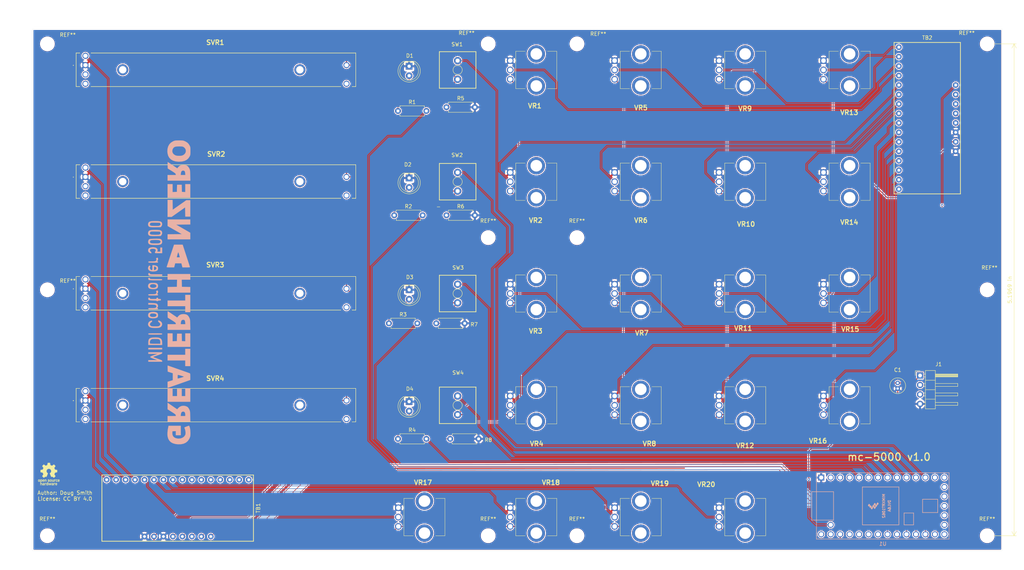
<source format=kicad_pcb>
(kicad_pcb (version 20171130) (host pcbnew "(5.1.5)-3")
  (title_block (title "Midi Controller") (date 2019-12-28) (rev V1) (comment 2 creativecommons.org/license/by/4.0/) (comment 3 "License: CC BY 4.0") (comment 4 "Author: Doug Smith"))
  (layers (0 F.Cu signal) (31 B.Cu signal) (34 B.Paste user) (35 F.Paste user) (36 B.SilkS user) (37 F.SilkS user) (38 B.Mask user) (39 F.Mask user) (44 Edge.Cuts user))
  (net 0 "")
  (net 1 "Net-(D1-Pad2)")
  (net 2 GND)
  (net 3 "Net-(D2-Pad2)")
  (net 4 "Net-(D3-Pad2)")
  (net 5 "Net-(D4-Pad2)")
  (net 6 /LD1)
  (net 7 /LD2)
  (net 8 /LD3)
  (net 9 /LD4)
  (net 10 /SW1)
  (net 11 /SW2)
  (net 12 /SW3)
  (net 13 /SW4)
  (net 14 "Net-(SVR1-PadMH2)")
  (net 15 "Net-(SVR1-PadMH1)")
  (net 16 "Net-(SVR1-PadL3)")
  (net 17 "Net-(SVR1-PadL2)")
  (net 18 "Net-(SVR1-PadL1)")
  (net 19 +3V3)
  (net 20 /SL1)
  (net 21 "Net-(SVR2-PadMH2)")
  (net 22 "Net-(SVR2-PadMH1)")
  (net 23 "Net-(SVR2-PadL3)")
  (net 24 "Net-(SVR2-PadL2)")
  (net 25 "Net-(SVR2-PadL1)")
  (net 26 /SL2)
  (net 27 "Net-(SVR3-PadMH2)")
  (net 28 "Net-(SVR3-PadMH1)")
  (net 29 "Net-(SVR3-PadL3)")
  (net 30 "Net-(SVR3-PadL2)")
  (net 31 "Net-(SVR3-PadL1)")
  (net 32 /SL3)
  (net 33 "Net-(SVR4-PadMH2)")
  (net 34 "Net-(SVR4-PadMH1)")
  (net 35 "Net-(SVR4-PadL3)")
  (net 36 "Net-(SVR4-PadL2)")
  (net 37 "Net-(SVR4-PadL1)")
  (net 38 /SL4)
  (net 39 "Net-(TB1-Pad24)")
  (net 40 "Net-(TB1-Pad23)")
  (net 41 "Net-(TB1-Pad22)")
  (net 42 "Net-(TB1-Pad21)")
  (net 43 "Net-(TB1-Pad20)")
  (net 44 "Net-(TB1-Pad19)")
  (net 45 "Net-(TB1-Pad18)")
  (net 46 "Net-(TB1-Pad17)")
  (net 47 /PT20)
  (net 48 /PT19)
  (net 49 /PT18)
  (net 50 /PT17)
  (net 51 "Net-(TB1-Pad8)")
  (net 52 "Net-(TB1-Pad7)")
  (net 53 "Net-(TB1-Pad6)")
  (net 54 "Net-(TB1-Pad5)")
  (net 55 "Net-(TB1-Pad4)")
  (net 56 /PT16)
  (net 57 /PT15)
  (net 58 /PT14)
  (net 59 /PT13)
  (net 60 /PT12)
  (net 61 /PT11)
  (net 62 /PT10)
  (net 63 /PT9)
  (net 64 /PT8)
  (net 65 /PT7)
  (net 66 /PT6)
  (net 67 /PT5)
  (net 68 /PT4)
  (net 69 /PT3)
  (net 70 /PT2)
  (net 71 /PT1)
  (net 72 "Net-(TB2-Pad8)")
  (net 73 "Net-(U1-Pad18)")
  (net 74 "Net-(U1-Pad19)")
  (net 75 "Net-(U1-Pad20)")
  (net 76 "Net-(U1-Pad15)")
  (net 77 "Net-(U1-Pad14)")
  (net 78 "Net-(U1-Pad27)")
  (net 79 "Net-(U1-Pad28)")
  (net 80 "Net-(U1-Pad29)")
  (net 81 "Net-(U1-Pad30)")
  (net 82 "Net-(U1-Pad32)")
  (net 83 "Net-(U1-Pad33)")
  (net 84 "Net-(U1-Pad13)")
  (net 85 "Net-(U1-Pad4)")
  (net 86 "Net-(U1-Pad3)")
  (net 87 "Net-(U1-Pad2)")
  (net 88 "Net-(VR1-PadMH2)")
  (net 89 "Net-(VR1-PadMH1)")
  (net 90 "Net-(VR2-PadMH2)")
  (net 91 "Net-(VR2-PadMH1)")
  (net 92 "Net-(VR3-PadMH2)")
  (net 93 "Net-(VR3-PadMH1)")
  (net 94 "Net-(VR4-PadMH2)")
  (net 95 "Net-(VR4-PadMH1)")
  (net 96 "Net-(VR5-PadMH2)")
  (net 97 "Net-(VR5-PadMH1)")
  (net 98 "Net-(VR6-PadMH2)")
  (net 99 "Net-(VR6-PadMH1)")
  (net 100 "Net-(VR7-PadMH2)")
  (net 101 "Net-(VR7-PadMH1)")
  (net 102 "Net-(VR8-PadMH2)")
  (net 103 "Net-(VR8-PadMH1)")
  (net 104 "Net-(VR9-PadMH2)")
  (net 105 "Net-(VR9-PadMH1)")
  (net 106 "Net-(VR10-PadMH2)")
  (net 107 "Net-(VR10-PadMH1)")
  (net 108 "Net-(VR11-PadMH2)")
  (net 109 "Net-(VR11-PadMH1)")
  (net 110 "Net-(VR12-PadMH2)")
  (net 111 "Net-(VR12-PadMH1)")
  (net 112 "Net-(VR13-PadMH2)")
  (net 113 "Net-(VR13-PadMH1)")
  (net 114 "Net-(VR14-PadMH2)")
  (net 115 "Net-(VR14-PadMH1)")
  (net 116 "Net-(VR15-PadMH2)")
  (net 117 "Net-(VR15-PadMH1)")
  (net 118 "Net-(VR16-PadMH2)")
  (net 119 "Net-(VR16-PadMH1)")
  (net 120 "Net-(VR17-PadMH2)")
  (net 121 "Net-(VR17-PadMH1)")
  (net 122 "Net-(VR18-PadMH2)")
  (net 123 "Net-(VR18-PadMH1)")
  (net 124 "Net-(VR19-PadMH2)")
  (net 125 "Net-(VR19-PadMH1)")
  (net 126 "Net-(VR20-PadMH2)")
  (net 127 "Net-(VR20-PadMH1)")
  (net 128 VUSB)
  (net 129 "Net-(J1-Pad2)")
  (net 130 "Net-(J1-Pad3)")
  (net 131 "Net-(U1-Pad17)")
  (net 132 3V3)
  (module "midi controller:mc5000logo" (layer B.Cu) (at 56.642 90.678 90)
    (fp_text reference G*** hide)
    (fp_text value LOGO hide)
  )
  (module Symbol:OSHW-Logo_5.7x6mm_SilkScreen (layer F.Cu) (at 24.384 139.446)
    (fp_text reference REF** hide)
    (fp_text value OSHW-Logo_5.7x6mm_SilkScreen hide)
  )
  (module MountingHole:MountingHole_3.5mm (layer F.Cu) (at 142.2 76)
    (fp_text reference REF** (at 0 -4.5) (layer F.SilkS))
    (fp_text value MountingHole_3.5mm)
    (pad 1 np_thru_hole circle (at 0 0) (size 3.5 3.5) (drill 3.5) (layers *.Cu *.Mask))
  )
  (module MountingHole:MountingHole_3.5mm (layer F.Cu) (at 166 76)
    (fp_text reference REF** (at 0 -4.5) (layer F.SilkS))
    (fp_text value MountingHole_3.5mm)
    (pad 1 np_thru_hole circle (at 0 0) (size 3.5 3.5) (drill 3.5) (layers *.Cu *.Mask))
  )
  (module MountingHole:MountingHole_3.5mm (layer F.Cu) (at 276 90)
    (fp_text reference REF** (at 0.606 -5.926) (layer F.SilkS))
    (fp_text value MountingHole_3.5mm)
    (pad 1 np_thru_hole circle (at 0 0) (size 3.5 3.5) (drill 3.5) (layers *.Cu *.Mask))
  )
  (module MountingHole:MountingHole_3.5mm (layer F.Cu) (at 24 90)
    (fp_text reference REF** (at 5.464 -2.41) (layer F.SilkS))
    (fp_text value MountingHole_3.5mm)
    (pad 1 np_thru_hole circle (at 0 0) (size 3.5 3.5) (drill 3.5) (layers *.Cu *.Mask))
  )
  (module MountingHole:MountingHole_3.5mm (layer F.Cu) (at 142.2 156)
    (fp_text reference REF** (at 0 -4.5) (layer F.SilkS))
    (fp_text value MountingHole_3.5mm)
    (pad 1 np_thru_hole circle (at 0 0) (size 3.5 3.5) (drill 3.5) (layers *.Cu *.Mask))
  )
  (module MountingHole:MountingHole_3.5mm (layer F.Cu) (at 166 156)
    (fp_text reference REF** (at 0 -4.5) (layer F.SilkS))
    (fp_text value MountingHole_3.5mm)
    (pad 1 np_thru_hole circle (at 0 0) (size 3.5 3.5) (drill 3.5) (layers *.Cu *.Mask))
  )
  (module MountingHole:MountingHole_3.5mm (layer F.Cu) (at 142.2 24)
    (fp_text reference REF** (at -5.802 -2.918) (layer F.SilkS))
    (fp_text value MountingHole_3.5mm)
    (pad 1 np_thru_hole circle (at 0 0) (size 3.5 3.5) (drill 3.5) (layers *.Cu *.Mask))
  )
  (module MountingHole:MountingHole_3.5mm (layer F.Cu) (at 166 24)
    (fp_text reference REF** (at 5.704 -2.664) (layer F.SilkS))
    (fp_text value MountingHole_3.5mm)
    (pad 1 np_thru_hole circle (at 0 0) (size 3.5 3.5) (drill 3.5) (layers *.Cu *.Mask))
  )
  (module MountingHole:MountingHole_3.5mm (layer F.Cu) (at 276 156)
    (fp_text reference REF** (at 0 -4.5) (layer F.SilkS))
    (fp_text value MountingHole_3.5mm)
    (pad 1 np_thru_hole circle (at 0 0) (size 3.5 3.5) (drill 3.5) (layers *.Cu *.Mask))
  )
  (module MountingHole:MountingHole_3.5mm (layer F.Cu) (at 24 156)
    (fp_text reference REF** (at 0 -4.5) (layer F.SilkS))
    (fp_text value MountingHole_3.5mm)
    (pad 1 np_thru_hole circle (at 0 0) (size 3.5 3.5) (drill 3.5) (layers *.Cu *.Mask))
  )
  (module MountingHole:MountingHole_3.5mm (layer F.Cu) (at 276 24)
    (fp_text reference REF** (at -5.49 -2.918) (layer F.SilkS))
    (fp_text value MountingHole_3.5mm)
    (pad 1 np_thru_hole circle (at 0 0) (size 3.5 3.5) (drill 3.5) (layers *.Cu *.Mask))
  )
  (module MountingHole:MountingHole_3.5mm (layer F.Cu) (at 24 24)
    (fp_text reference REF** (at 5.464 -2.41) (layer F.SilkS))
    (fp_text value MountingHole_3.5mm)
    (pad 1 np_thru_hole circle (at 0 0) (size 3.5 3.5) (drill 3.5) (layers *.Cu *.Mask))
  )
  (module "midi controller:BOB-Mux" (layer F.Cu) (at 259.922 43.942)
    (fp_text reference TB2 (at 0 -21.59) (layer F.SilkS))
    (fp_text value CD74HC4067)
    (pad 8 thru_hole circle (at 7.62 -8.89) (size 1.524 1.524) (drill 0.762) (layers *.Cu *.Mask) (net 72 "Net-(TB2-Pad8)"))
    (pad 7 thru_hole circle (at 7.62 -6.35) (size 1.524 1.524) (drill 0.762) (layers *.Cu *.Mask) (net 52 "Net-(TB1-Pad7)"))
    (pad 6 thru_hole circle (at 7.62 -3.81) (size 1.524 1.524) (drill 0.762) (layers *.Cu *.Mask) (net 53 "Net-(TB1-Pad6)"))
    (pad 5 thru_hole circle (at 7.62 -1.27) (size 1.524 1.524) (drill 0.762) (layers *.Cu *.Mask) (net 54 "Net-(TB1-Pad5)"))
    (pad 4 thru_hole circle (at 7.62 1.27) (size 1.524 1.524) (drill 0.762) (layers *.Cu *.Mask) (net 55 "Net-(TB1-Pad4)"))
    (pad 3 thru_hole circle (at 7.62 3.81) (size 1.524 1.524) (drill 0.762) (layers *.Cu *.Mask) (net 2 GND))
    (pad 2 thru_hole circle (at 7.62 6.35) (size 1.524 1.524) (drill 0.762) (layers *.Cu *.Mask) (net 132 3V3))
    (pad 1 thru_hole circle (at 7.62 8.89) (size 1.524 1.524) (drill 0.762) (layers *.Cu *.Mask) (net 2 GND))
    (pad 24 thru_hole circle (at -7.62 -19.05) (size 1.524 1.524) (drill 0.762) (layers *.Cu *.Mask) (net 71 /PT1))
    (pad 23 thru_hole circle (at -7.62 -16.51) (size 1.524 1.524) (drill 0.762) (layers *.Cu *.Mask) (net 70 /PT2))
    (pad 22 thru_hole circle (at -7.62 -13.97) (size 1.524 1.524) (drill 0.762) (layers *.Cu *.Mask) (net 69 /PT3))
    (pad 21 thru_hole circle (at -7.62 -11.43) (size 1.524 1.524) (drill 0.762) (layers *.Cu *.Mask) (net 68 /PT4))
    (pad 20 thru_hole circle (at -7.62 -8.89) (size 1.524 1.524) (drill 0.762) (layers *.Cu *.Mask) (net 64 /PT8))
    (pad 19 thru_hole circle (at -7.62 -6.35) (size 1.524 1.524) (drill 0.762) (layers *.Cu *.Mask) (net 65 /PT7))
    (pad 18 thru_hole circle (at -7.62 -3.81) (size 1.524 1.524) (drill 0.762) (layers *.Cu *.Mask) (net 66 /PT6))
    (pad 17 thru_hole circle (at -7.62 -1.27) (size 1.524 1.524) (drill 0.762) (layers *.Cu *.Mask) (net 67 /PT5))
    (pad 16 thru_hole circle (at -7.62 1.27) (size 1.524 1.524) (drill 0.762) (layers *.Cu *.Mask) (net 63 /PT9))
    (pad 15 thru_hole circle (at -7.62 3.81) (size 1.524 1.524) (drill 0.762) (layers *.Cu *.Mask) (net 62 /PT10))
    (pad 14 thru_hole circle (at -7.62 6.35) (size 1.524 1.524) (drill 0.762) (layers *.Cu *.Mask) (net 61 /PT11))
    (pad 13 thru_hole circle (at -7.62 8.89) (size 1.524 1.524) (drill 0.762) (layers *.Cu *.Mask) (net 60 /PT12))
    (pad 12 thru_hole circle (at -7.62 11.43) (size 1.524 1.524) (drill 0.762) (layers *.Cu *.Mask) (net 56 /PT16))
    (pad 11 thru_hole circle (at -7.62 13.97) (size 1.524 1.524) (drill 0.762) (layers *.Cu *.Mask) (net 57 /PT15))
    (pad 10 thru_hole circle (at -7.62 16.51) (size 1.524 1.524) (drill 0.762) (layers *.Cu *.Mask) (net 58 /PT14))
    (pad 9 thru_hole circle (at -7.62 19.05) (size 1.524 1.524) (drill 0.762) (layers *.Cu *.Mask) (net 59 /PT13))
  )
  (module "midi controller:BOB-Mux" (layer F.Cu) (at 58.928 148.59 270)
    (fp_text reference TB1 (at 0 -21.59 90) (layer F.SilkS))
    (fp_text value CD74HC4067)
    (pad 8 thru_hole circle (at 7.62 -8.89 270) (size 1.524 1.524) (drill 0.762) (layers *.Cu *.Mask) (net 51 "Net-(TB1-Pad8)"))
    (pad 7 thru_hole circle (at 7.62 -6.35 270) (size 1.524 1.524) (drill 0.762) (layers *.Cu *.Mask) (net 52 "Net-(TB1-Pad7)"))
    (pad 6 thru_hole circle (at 7.62 -3.81 270) (size 1.524 1.524) (drill 0.762) (layers *.Cu *.Mask) (net 53 "Net-(TB1-Pad6)"))
    (pad 5 thru_hole circle (at 7.62 -1.27 270) (size 1.524 1.524) (drill 0.762) (layers *.Cu *.Mask) (net 54 "Net-(TB1-Pad5)"))
    (pad 4 thru_hole circle (at 7.62 1.27 270) (size 1.524 1.524) (drill 0.762) (layers *.Cu *.Mask) (net 55 "Net-(TB1-Pad4)"))
    (pad 3 thru_hole circle (at 7.62 3.81 270) (size 1.524 1.524) (drill 0.762) (layers *.Cu *.Mask) (net 2 GND))
    (pad 2 thru_hole circle (at 7.62 6.35 270) (size 1.524 1.524) (drill 0.762) (layers *.Cu *.Mask) (net 132 3V3))
    (pad 1 thru_hole circle (at 7.62 8.89 270) (size 1.524 1.524) (drill 0.762) (layers *.Cu *.Mask) (net 2 GND))
    (pad 24 thru_hole circle (at -7.62 -19.05 270) (size 1.524 1.524) (drill 0.762) (layers *.Cu *.Mask) (net 39 "Net-(TB1-Pad24)"))
    (pad 23 thru_hole circle (at -7.62 -16.51 270) (size 1.524 1.524) (drill 0.762) (layers *.Cu *.Mask) (net 40 "Net-(TB1-Pad23)"))
    (pad 22 thru_hole circle (at -7.62 -13.97 270) (size 1.524 1.524) (drill 0.762) (layers *.Cu *.Mask) (net 41 "Net-(TB1-Pad22)"))
    (pad 21 thru_hole circle (at -7.62 -11.43 270) (size 1.524 1.524) (drill 0.762) (layers *.Cu *.Mask) (net 42 "Net-(TB1-Pad21)"))
    (pad 20 thru_hole circle (at -7.62 -8.89 270) (size 1.524 1.524) (drill 0.762) (layers *.Cu *.Mask) (net 43 "Net-(TB1-Pad20)"))
    (pad 19 thru_hole circle (at -7.62 -6.35 270) (size 1.524 1.524) (drill 0.762) (layers *.Cu *.Mask) (net 44 "Net-(TB1-Pad19)"))
    (pad 18 thru_hole circle (at -7.62 -3.81 270) (size 1.524 1.524) (drill 0.762) (layers *.Cu *.Mask) (net 45 "Net-(TB1-Pad18)"))
    (pad 17 thru_hole circle (at -7.62 -1.27 270) (size 1.524 1.524) (drill 0.762) (layers *.Cu *.Mask) (net 46 "Net-(TB1-Pad17)"))
    (pad 16 thru_hole circle (at -7.62 1.27 270) (size 1.524 1.524) (drill 0.762) (layers *.Cu *.Mask) (net 47 /PT20))
    (pad 15 thru_hole circle (at -7.62 3.81 270) (size 1.524 1.524) (drill 0.762) (layers *.Cu *.Mask) (net 48 /PT19))
    (pad 14 thru_hole circle (at -7.62 6.35 270) (size 1.524 1.524) (drill 0.762) (layers *.Cu *.Mask) (net 49 /PT18))
    (pad 13 thru_hole circle (at -7.62 8.89 270) (size 1.524 1.524) (drill 0.762) (layers *.Cu *.Mask) (net 50 /PT17))
    (pad 12 thru_hole circle (at -7.62 11.43 270) (size 1.524 1.524) (drill 0.762) (layers *.Cu *.Mask) (net 20 /SL1))
    (pad 11 thru_hole circle (at -7.62 13.97 270) (size 1.524 1.524) (drill 0.762) (layers *.Cu *.Mask) (net 26 /SL2))
    (pad 10 thru_hole circle (at -7.62 16.51 270) (size 1.524 1.524) (drill 0.762) (layers *.Cu *.Mask) (net 32 /SL3))
    (pad 9 thru_hole circle (at -7.62 19.05 270) (size 1.524 1.524) (drill 0.762) (layers *.Cu *.Mask) (net 38 /SL4))
  )
  (module SamacSys_Parts:RS6011SP6003 (layer F.Cu) (at 69 121)
    (fp_text reference SVR4 (at 0.008 -7.208) (layer F.SilkS) (effects (font (size 1.27 1.27) (thickness 0.254))))
    (fp_text value RS6011SP6003 hide)
    (pad MH2 thru_hole circle (at 22.7 -0.05) (size 3 3) (drill 2) (layers *.Cu *.Mask) (net 33 "Net-(SVR4-PadMH2)"))
    (pad MH1 thru_hole circle (at -24.8 -0.05) (size 3 3) (drill 2) (layers *.Cu *.Mask) (net 34 "Net-(SVR4-PadMH1)"))
    (pad L3 thru_hole circle (at 35.2 3.7) (size 1.65 1.65) (drill 1.1) (layers *.Cu *.Mask) (net 35 "Net-(SVR4-PadL3)"))
    (pad L2 thru_hole circle (at -34.8 1.2) (size 1.65 1.65) (drill 1.1) (layers *.Cu *.Mask) (net 36 "Net-(SVR4-PadL2)"))
    (pad L1 thru_hole circle (at -34.8 3.7) (size 1.65 1.65) (drill 1.1) (layers *.Cu *.Mask) (net 37 "Net-(SVR4-PadL1)"))
    (pad 3 thru_hole circle (at 35.2 -1.3) (size 1.65 1.65) (drill 1.1) (layers *.Cu *.Mask) (net 132 3V3))
    (pad 2 thru_hole circle (at -34.8 -3.8) (size 1.65 1.65) (drill 1.1) (layers *.Cu *.Mask) (net 38 /SL4))
    (pad 1 thru_hole circle (at -34.8 -1.3) (size 1.65 1.65) (drill 1.1) (layers *.Cu *.Mask) (net 2 GND))
  )
  (module SamacSys_Parts:RS6011SP6003 (layer F.Cu) (at 69 91)
    (fp_text reference SVR3 (at 0.008 -7.688) (layer F.SilkS) (effects (font (size 1.27 1.27) (thickness 0.254))))
    (fp_text value RS6011SP6003 hide)
    (pad MH2 thru_hole circle (at 22.7 -0.05) (size 3 3) (drill 2) (layers *.Cu *.Mask) (net 27 "Net-(SVR3-PadMH2)"))
    (pad MH1 thru_hole circle (at -24.8 -0.05) (size 3 3) (drill 2) (layers *.Cu *.Mask) (net 28 "Net-(SVR3-PadMH1)"))
    (pad L3 thru_hole circle (at 35.2 3.7) (size 1.65 1.65) (drill 1.1) (layers *.Cu *.Mask) (net 29 "Net-(SVR3-PadL3)"))
    (pad L2 thru_hole circle (at -34.8 1.2) (size 1.65 1.65) (drill 1.1) (layers *.Cu *.Mask) (net 30 "Net-(SVR3-PadL2)"))
    (pad L1 thru_hole circle (at -34.8 3.7) (size 1.65 1.65) (drill 1.1) (layers *.Cu *.Mask) (net 31 "Net-(SVR3-PadL1)"))
    (pad 3 thru_hole circle (at 35.2 -1.3) (size 1.65 1.65) (drill 1.1) (layers *.Cu *.Mask) (net 132 3V3))
    (pad 2 thru_hole circle (at -34.8 -3.8) (size 1.65 1.65) (drill 1.1) (layers *.Cu *.Mask) (net 32 /SL3))
    (pad 1 thru_hole circle (at -34.8 -1.3) (size 1.65 1.65) (drill 1.1) (layers *.Cu *.Mask) (net 2 GND))
  )
  (module SamacSys_Parts:RS6011SP6003 (layer F.Cu) (at 69 61)
    (fp_text reference SVR2 (at 0.262 -7.406) (layer F.SilkS) (effects (font (size 1.27 1.27) (thickness 0.254))))
    (fp_text value RS6011SP6003 hide)
    (pad MH2 thru_hole circle (at 22.7 -0.05) (size 3 3) (drill 2) (layers *.Cu *.Mask) (net 21 "Net-(SVR2-PadMH2)"))
    (pad MH1 thru_hole circle (at -24.8 -0.05) (size 3 3) (drill 2) (layers *.Cu *.Mask) (net 22 "Net-(SVR2-PadMH1)"))
    (pad L3 thru_hole circle (at 35.2 3.7) (size 1.65 1.65) (drill 1.1) (layers *.Cu *.Mask) (net 23 "Net-(SVR2-PadL3)"))
    (pad L2 thru_hole circle (at -34.8 1.2) (size 1.65 1.65) (drill 1.1) (layers *.Cu *.Mask) (net 24 "Net-(SVR2-PadL2)"))
    (pad L1 thru_hole circle (at -34.8 3.7) (size 1.65 1.65) (drill 1.1) (layers *.Cu *.Mask) (net 25 "Net-(SVR2-PadL1)"))
    (pad 3 thru_hole circle (at 35.2 -1.3) (size 1.65 1.65) (drill 1.1) (layers *.Cu *.Mask) (net 132 3V3))
    (pad 2 thru_hole circle (at -34.8 -3.8) (size 1.65 1.65) (drill 1.1) (layers *.Cu *.Mask) (net 26 /SL2))
    (pad 1 thru_hole circle (at -34.8 -1.3) (size 1.65 1.65) (drill 1.1) (layers *.Cu *.Mask) (net 2 GND))
  )
  (module SamacSys_Parts:RS6011SP6003 (layer F.Cu) (at 69 31)
    (fp_text reference SVR1 (at 0.008 -7.378) (layer F.SilkS) (effects (font (size 1.27 1.27) (thickness 0.254))))
    (fp_text value RS6011SP6003 hide)
    (pad MH2 thru_hole circle (at 22.7 -0.05) (size 3 3) (drill 2) (layers *.Cu *.Mask) (net 14 "Net-(SVR1-PadMH2)"))
    (pad MH1 thru_hole circle (at -24.8 -0.05) (size 3 3) (drill 2) (layers *.Cu *.Mask) (net 15 "Net-(SVR1-PadMH1)"))
    (pad L3 thru_hole circle (at 35.2 3.7) (size 1.65 1.65) (drill 1.1) (layers *.Cu *.Mask) (net 16 "Net-(SVR1-PadL3)"))
    (pad L2 thru_hole circle (at -34.8 1.2) (size 1.65 1.65) (drill 1.1) (layers *.Cu *.Mask) (net 17 "Net-(SVR1-PadL2)"))
    (pad L1 thru_hole circle (at -34.8 3.7) (size 1.65 1.65) (drill 1.1) (layers *.Cu *.Mask) (net 18 "Net-(SVR1-PadL1)"))
    (pad 3 thru_hole circle (at 35.2 -1.3) (size 1.65 1.65) (drill 1.1) (layers *.Cu *.Mask) (net 132 3V3))
    (pad 2 thru_hole circle (at -34.8 -3.8) (size 1.65 1.65) (drill 1.1) (layers *.Cu *.Mask) (net 20 /SL1))
    (pad 1 thru_hole circle (at -34.8 -1.3) (size 1.65 1.65) (drill 1.1) (layers *.Cu *.Mask) (net 2 GND))
  )
  (module SamacSys_Parts:PTV09A4015FB103 (layer F.Cu) (at 211 151 270)
    (fp_text reference VR20 (at -8.76 10.34 180) (layer F.SilkS) (effects (font (size 1.27 1.27) (thickness 0.254))))
    (fp_text value PTV09A-4025F-B103 hide)
    (pad MH2 thru_hole circle (at 4.3 -0.1 270) (size 4.686 4.686) (drill 3.1241) (layers *.Cu *.Mask) (net 126 "Net-(VR20-PadMH2)"))
    (pad MH1 thru_hole circle (at -4.3 -0.1 270) (size 4.686 4.686) (drill 3.1241) (layers *.Cu *.Mask) (net 127 "Net-(VR20-PadMH1)"))
    (pad 3 thru_hole circle (at 2.5 6.9 270) (size 1.8 1.8) (drill 1.2) (layers *.Cu *.Mask) (net 132 3V3))
    (pad 2 thru_hole circle (at 0 6.9 270) (size 1.8 1.8) (drill 1.2) (layers *.Cu *.Mask) (net 47 /PT20))
    (pad 1 thru_hole circle (at -2.5 6.9 270) (size 1.8 1.8) (drill 1.2) (layers *.Cu *.Mask) (net 2 GND))
  )
  (module SamacSys_Parts:PTV09A4015FB103 (layer F.Cu) (at 183 151 270)
    (fp_text reference VR19 (at -9.014 -5.214 180) (layer F.SilkS) (effects (font (size 1.27 1.27) (thickness 0.254))))
    (fp_text value PTV09A-4025F-B103 hide)
    (pad MH2 thru_hole circle (at 4.3 -0.1 270) (size 4.686 4.686) (drill 3.1241) (layers *.Cu *.Mask) (net 124 "Net-(VR19-PadMH2)"))
    (pad MH1 thru_hole circle (at -4.3 -0.1 270) (size 4.686 4.686) (drill 3.1241) (layers *.Cu *.Mask) (net 125 "Net-(VR19-PadMH1)"))
    (pad 3 thru_hole circle (at 2.5 6.9 270) (size 1.8 1.8) (drill 1.2) (layers *.Cu *.Mask) (net 132 3V3))
    (pad 2 thru_hole circle (at 0 6.9 270) (size 1.8 1.8) (drill 1.2) (layers *.Cu *.Mask) (net 48 /PT19))
    (pad 1 thru_hole circle (at -2.5 6.9 270) (size 1.8 1.8) (drill 1.2) (layers *.Cu *.Mask) (net 2 GND))
  )
  (module SamacSys_Parts:PTV09A4015FB103 (layer F.Cu) (at 155 151 270)
    (fp_text reference VR18 (at -9.268 -4.004 180) (layer F.SilkS) (effects (font (size 1.27 1.27) (thickness 0.254))))
    (fp_text value PTV09A-4025F-B103 hide)
    (pad MH2 thru_hole circle (at 4.3 -0.1 270) (size 4.686 4.686) (drill 3.1241) (layers *.Cu *.Mask) (net 122 "Net-(VR18-PadMH2)"))
    (pad MH1 thru_hole circle (at -4.3 -0.1 270) (size 4.686 4.686) (drill 3.1241) (layers *.Cu *.Mask) (net 123 "Net-(VR18-PadMH1)"))
    (pad 3 thru_hole circle (at 2.5 6.9 270) (size 1.8 1.8) (drill 1.2) (layers *.Cu *.Mask) (net 132 3V3))
    (pad 2 thru_hole circle (at 0 6.9 270) (size 1.8 1.8) (drill 1.2) (layers *.Cu *.Mask) (net 49 /PT18))
    (pad 1 thru_hole circle (at -2.5 6.9 270) (size 1.8 1.8) (drill 1.2) (layers *.Cu *.Mask) (net 2 GND))
  )
  (module SamacSys_Parts:PTV09A4015FB103 (layer F.Cu) (at 125 151 270)
    (fp_text reference VR17 (at -9.268 0.286 180) (layer F.SilkS) (effects (font (size 1.27 1.27) (thickness 0.254))))
    (fp_text value PTV09A-4025F-B103 hide)
    (pad MH2 thru_hole circle (at 4.3 -0.1 270) (size 4.686 4.686) (drill 3.1241) (layers *.Cu *.Mask) (net 120 "Net-(VR17-PadMH2)"))
    (pad MH1 thru_hole circle (at -4.3 -0.1 270) (size 4.686 4.686) (drill 3.1241) (layers *.Cu *.Mask) (net 121 "Net-(VR17-PadMH1)"))
    (pad 3 thru_hole circle (at 2.5 6.9 270) (size 1.8 1.8) (drill 1.2) (layers *.Cu *.Mask) (net 132 3V3))
    (pad 2 thru_hole circle (at 0 6.9 270) (size 1.8 1.8) (drill 1.2) (layers *.Cu *.Mask) (net 50 /PT17))
    (pad 1 thru_hole circle (at -2.5 6.9 270) (size 1.8 1.8) (drill 1.2) (layers *.Cu *.Mask) (net 2 GND))
  )
  (module SamacSys_Parts:PTV09A4015FB103 (layer F.Cu) (at 239 121 270)
    (fp_text reference VR16 (at 9.556 8.368 180) (layer F.SilkS) (effects (font (size 1.27 1.27) (thickness 0.254))))
    (fp_text value PTV09A-4025F-B103 hide)
    (pad MH2 thru_hole circle (at 4.3 -0.1 270) (size 4.686 4.686) (drill 3.1241) (layers *.Cu *.Mask) (net 118 "Net-(VR16-PadMH2)"))
    (pad MH1 thru_hole circle (at -4.3 -0.1 270) (size 4.686 4.686) (drill 3.1241) (layers *.Cu *.Mask) (net 119 "Net-(VR16-PadMH1)"))
    (pad 3 thru_hole circle (at 2.5 6.9 270) (size 1.8 1.8) (drill 1.2) (layers *.Cu *.Mask) (net 132 3V3))
    (pad 2 thru_hole circle (at 0 6.9 270) (size 1.8 1.8) (drill 1.2) (layers *.Cu *.Mask) (net 59 /PT13))
    (pad 1 thru_hole circle (at -2.5 6.9 270) (size 1.8 1.8) (drill 1.2) (layers *.Cu *.Mask) (net 2 GND))
  )
  (module SamacSys_Parts:PTV09A4015FB103 (layer F.Cu) (at 239 91 270)
    (fp_text reference VR15 (at 9.584 -0.268 180) (layer F.SilkS) (effects (font (size 1.27 1.27) (thickness 0.254))))
    (fp_text value PTV09A-4025F-B103 hide)
    (pad MH2 thru_hole circle (at 4.3 -0.1 270) (size 4.686 4.686) (drill 3.1241) (layers *.Cu *.Mask) (net 116 "Net-(VR15-PadMH2)"))
    (pad MH1 thru_hole circle (at -4.3 -0.1 270) (size 4.686 4.686) (drill 3.1241) (layers *.Cu *.Mask) (net 117 "Net-(VR15-PadMH1)"))
    (pad 3 thru_hole circle (at 2.5 6.9 270) (size 1.8 1.8) (drill 1.2) (layers *.Cu *.Mask) (net 132 3V3))
    (pad 2 thru_hole circle (at 0 6.9 270) (size 1.8 1.8) (drill 1.2) (layers *.Cu *.Mask) (net 63 /PT9))
    (pad 1 thru_hole circle (at -2.5 6.9 270) (size 1.8 1.8) (drill 1.2) (layers *.Cu *.Mask) (net 2 GND))
  )
  (module SamacSys_Parts:PTV09A4015FB103 (layer F.Cu) (at 239 61 270)
    (fp_text reference VR14 (at 10.882 -0.014 180) (layer F.SilkS) (effects (font (size 1.27 1.27) (thickness 0.254))))
    (fp_text value PTV09A-4025F-B103 hide)
    (pad MH2 thru_hole circle (at 4.3 -0.1 270) (size 4.686 4.686) (drill 3.1241) (layers *.Cu *.Mask) (net 114 "Net-(VR14-PadMH2)"))
    (pad MH1 thru_hole circle (at -4.3 -0.1 270) (size 4.686 4.686) (drill 3.1241) (layers *.Cu *.Mask) (net 115 "Net-(VR14-PadMH1)"))
    (pad 3 thru_hole circle (at 2.5 6.9 270) (size 1.8 1.8) (drill 1.2) (layers *.Cu *.Mask) (net 132 3V3))
    (pad 2 thru_hole circle (at 0 6.9 270) (size 1.8 1.8) (drill 1.2) (layers *.Cu *.Mask) (net 67 /PT5))
    (pad 1 thru_hole circle (at -2.5 6.9 270) (size 1.8 1.8) (drill 1.2) (layers *.Cu *.Mask) (net 2 GND))
  )
  (module SamacSys_Parts:PTV09A4015FB103 (layer F.Cu) (at 239 31 270)
    (fp_text reference VR13 (at 11.418 -0.014 180) (layer F.SilkS) (effects (font (size 1.27 1.27) (thickness 0.254))))
    (fp_text value PTV09A-4025F-B103 hide)
    (pad MH2 thru_hole circle (at 4.3 -0.1 270) (size 4.686 4.686) (drill 3.1241) (layers *.Cu *.Mask) (net 112 "Net-(VR13-PadMH2)"))
    (pad MH1 thru_hole circle (at -4.3 -0.1 270) (size 4.686 4.686) (drill 3.1241) (layers *.Cu *.Mask) (net 113 "Net-(VR13-PadMH1)"))
    (pad 3 thru_hole circle (at 2.5 6.9 270) (size 1.8 1.8) (drill 1.2) (layers *.Cu *.Mask) (net 132 3V3))
    (pad 2 thru_hole circle (at 0 6.9 270) (size 1.8 1.8) (drill 1.2) (layers *.Cu *.Mask) (net 71 /PT1))
    (pad 1 thru_hole circle (at -2.5 6.9 270) (size 1.8 1.8) (drill 1.2) (layers *.Cu *.Mask) (net 2 GND))
  )
  (module SamacSys_Parts:PTV09A4015FB103 (layer F.Cu) (at 211 121 270)
    (fp_text reference VR12 (at 10.826 -0.074 180) (layer F.SilkS) (effects (font (size 1.27 1.27) (thickness 0.254))))
    (fp_text value PTV09A-4025F-B103 hide)
    (pad MH2 thru_hole circle (at 4.3 -0.1 270) (size 4.686 4.686) (drill 3.1241) (layers *.Cu *.Mask) (net 110 "Net-(VR12-PadMH2)"))
    (pad MH1 thru_hole circle (at -4.3 -0.1 270) (size 4.686 4.686) (drill 3.1241) (layers *.Cu *.Mask) (net 111 "Net-(VR12-PadMH1)"))
    (pad 3 thru_hole circle (at 2.5 6.9 270) (size 1.8 1.8) (drill 1.2) (layers *.Cu *.Mask) (net 132 3V3))
    (pad 2 thru_hole circle (at 0 6.9 270) (size 1.8 1.8) (drill 1.2) (layers *.Cu *.Mask) (net 58 /PT14))
    (pad 1 thru_hole circle (at -2.5 6.9 270) (size 1.8 1.8) (drill 1.2) (layers *.Cu *.Mask) (net 2 GND))
  )
  (module SamacSys_Parts:PTV09A4015FB103 (layer F.Cu) (at 211 91 270)
    (fp_text reference VR11 (at 9.33 0.434 180) (layer F.SilkS) (effects (font (size 1.27 1.27) (thickness 0.254))))
    (fp_text value PTV09A-4025F-B103 hide)
    (pad MH2 thru_hole circle (at 4.3 -0.1 270) (size 4.686 4.686) (drill 3.1241) (layers *.Cu *.Mask) (net 108 "Net-(VR11-PadMH2)"))
    (pad MH1 thru_hole circle (at -4.3 -0.1 270) (size 4.686 4.686) (drill 3.1241) (layers *.Cu *.Mask) (net 109 "Net-(VR11-PadMH1)"))
    (pad 3 thru_hole circle (at 2.5 6.9 270) (size 1.8 1.8) (drill 1.2) (layers *.Cu *.Mask) (net 132 3V3))
    (pad 2 thru_hole circle (at 0 6.9 270) (size 1.8 1.8) (drill 1.2) (layers *.Cu *.Mask) (net 62 /PT10))
    (pad 1 thru_hole circle (at -2.5 6.9 270) (size 1.8 1.8) (drill 1.2) (layers *.Cu *.Mask) (net 2 GND))
  )
  (module SamacSys_Parts:PTV09A4015FB103 (layer F.Cu) (at 211 61 270)
    (fp_text reference VR10 (at 11.39 -0.328 180) (layer F.SilkS) (effects (font (size 1.27 1.27) (thickness 0.254))))
    (fp_text value PTV09A-4025F-B103 hide)
    (pad MH2 thru_hole circle (at 4.3 -0.1 270) (size 4.686 4.686) (drill 3.1241) (layers *.Cu *.Mask) (net 106 "Net-(VR10-PadMH2)"))
    (pad MH1 thru_hole circle (at -4.3 -0.1 270) (size 4.686 4.686) (drill 3.1241) (layers *.Cu *.Mask) (net 107 "Net-(VR10-PadMH1)"))
    (pad 3 thru_hole circle (at 2.5 6.9 270) (size 1.8 1.8) (drill 1.2) (layers *.Cu *.Mask) (net 132 3V3))
    (pad 2 thru_hole circle (at 0 6.9 270) (size 1.8 1.8) (drill 1.2) (layers *.Cu *.Mask) (net 66 /PT6))
    (pad 1 thru_hole circle (at -2.5 6.9 270) (size 1.8 1.8) (drill 1.2) (layers *.Cu *.Mask) (net 2 GND))
  )
  (module SamacSys_Parts:PTV09A4015FB103 (layer F.Cu) (at 211 31 270)
    (fp_text reference VR9 (at 10.402 -0.074 180) (layer F.SilkS) (effects (font (size 1.27 1.27) (thickness 0.254))))
    (fp_text value PTV09A-4025F-B103 hide)
    (pad MH2 thru_hole circle (at 4.3 -0.1 270) (size 4.686 4.686) (drill 3.1241) (layers *.Cu *.Mask) (net 104 "Net-(VR9-PadMH2)"))
    (pad MH1 thru_hole circle (at -4.3 -0.1 270) (size 4.686 4.686) (drill 3.1241) (layers *.Cu *.Mask) (net 105 "Net-(VR9-PadMH1)"))
    (pad 3 thru_hole circle (at 2.5 6.9 270) (size 1.8 1.8) (drill 1.2) (layers *.Cu *.Mask) (net 132 3V3))
    (pad 2 thru_hole circle (at 0 6.9 270) (size 1.8 1.8) (drill 1.2) (layers *.Cu *.Mask) (net 70 /PT2))
    (pad 1 thru_hole circle (at -2.5 6.9 270) (size 1.8 1.8) (drill 1.2) (layers *.Cu *.Mask) (net 2 GND))
  )
  (module SamacSys_Parts:PTV09A4015FB103 (layer F.Cu) (at 183 121 270)
    (fp_text reference VR8 (at 10.318 -2.42 180) (layer F.SilkS) (effects (font (size 1.27 1.27) (thickness 0.254))))
    (fp_text value PTV09A-4025F-B103 hide)
    (pad MH2 thru_hole circle (at 4.3 -0.1 270) (size 4.686 4.686) (drill 3.1241) (layers *.Cu *.Mask) (net 102 "Net-(VR8-PadMH2)"))
    (pad MH1 thru_hole circle (at -4.3 -0.1 270) (size 4.686 4.686) (drill 3.1241) (layers *.Cu *.Mask) (net 103 "Net-(VR8-PadMH1)"))
    (pad 3 thru_hole circle (at 2.5 6.9 270) (size 1.8 1.8) (drill 1.2) (layers *.Cu *.Mask) (net 132 3V3))
    (pad 2 thru_hole circle (at 0 6.9 270) (size 1.8 1.8) (drill 1.2) (layers *.Cu *.Mask) (net 57 /PT15))
    (pad 1 thru_hole circle (at -2.5 6.9 270) (size 1.8 1.8) (drill 1.2) (layers *.Cu *.Mask) (net 2 GND))
  )
  (module SamacSys_Parts:PTV09A4015FB103 (layer F.Cu) (at 183 91 270)
    (fp_text reference VR7 (at 10.6 -0.388 180) (layer F.SilkS) (effects (font (size 1.27 1.27) (thickness 0.254))))
    (fp_text value PTV09A-4025F-B103 hide)
    (pad MH2 thru_hole circle (at 4.3 -0.1 270) (size 4.686 4.686) (drill 3.1241) (layers *.Cu *.Mask) (net 100 "Net-(VR7-PadMH2)"))
    (pad MH1 thru_hole circle (at -4.3 -0.1 270) (size 4.686 4.686) (drill 3.1241) (layers *.Cu *.Mask) (net 101 "Net-(VR7-PadMH1)"))
    (pad 3 thru_hole circle (at 2.5 6.9 270) (size 1.8 1.8) (drill 1.2) (layers *.Cu *.Mask) (net 132 3V3))
    (pad 2 thru_hole circle (at 0 6.9 270) (size 1.8 1.8) (drill 1.2) (layers *.Cu *.Mask) (net 61 /PT11))
    (pad 1 thru_hole circle (at -2.5 6.9 270) (size 1.8 1.8) (drill 1.2) (layers *.Cu *.Mask) (net 2 GND))
  )
  (module SamacSys_Parts:PTV09A4015FB103 (layer F.Cu) (at 183 61 270)
    (fp_text reference VR6 (at 10.374 -0.134 180) (layer F.SilkS) (effects (font (size 1.27 1.27) (thickness 0.254))))
    (fp_text value PTV09A-4025F-B103 hide)
    (pad MH2 thru_hole circle (at 4.3 -0.1 270) (size 4.686 4.686) (drill 3.1241) (layers *.Cu *.Mask) (net 98 "Net-(VR6-PadMH2)"))
    (pad MH1 thru_hole circle (at -4.3 -0.1 270) (size 4.686 4.686) (drill 3.1241) (layers *.Cu *.Mask) (net 99 "Net-(VR6-PadMH1)"))
    (pad 3 thru_hole circle (at 2.5 6.9 270) (size 1.8 1.8) (drill 1.2) (layers *.Cu *.Mask) (net 132 3V3))
    (pad 2 thru_hole circle (at 0 6.9 270) (size 1.8 1.8) (drill 1.2) (layers *.Cu *.Mask) (net 65 /PT7))
    (pad 1 thru_hole circle (at -2.5 6.9 270) (size 1.8 1.8) (drill 1.2) (layers *.Cu *.Mask) (net 2 GND))
  )
  (module SamacSys_Parts:PTV09A4015FB103 (layer F.Cu) (at 183 31 270)
    (fp_text reference VR5 (at 10.148 -0.134 180) (layer F.SilkS) (effects (font (size 1.27 1.27) (thickness 0.254))))
    (fp_text value PTV09A-4025F-B103 hide)
    (pad MH2 thru_hole circle (at 4.3 -0.1 270) (size 4.686 4.686) (drill 3.1241) (layers *.Cu *.Mask) (net 96 "Net-(VR5-PadMH2)"))
    (pad MH1 thru_hole circle (at -4.3 -0.1 270) (size 4.686 4.686) (drill 3.1241) (layers *.Cu *.Mask) (net 97 "Net-(VR5-PadMH1)"))
    (pad 3 thru_hole circle (at 2.5 6.9 270) (size 1.8 1.8) (drill 1.2) (layers *.Cu *.Mask) (net 132 3V3))
    (pad 2 thru_hole circle (at 0 6.9 270) (size 1.8 1.8) (drill 1.2) (layers *.Cu *.Mask) (net 69 /PT3))
    (pad 1 thru_hole circle (at -2.5 6.9 270) (size 1.8 1.8) (drill 1.2) (layers *.Cu *.Mask) (net 2 GND))
  )
  (module SamacSys_Parts:PTV09A4015FB103 (layer F.Cu) (at 155 121 270)
    (fp_text reference VR4 (at 10.318 -0.194 180) (layer F.SilkS) (effects (font (size 1.27 1.27) (thickness 0.254))))
    (fp_text value PTV09A-4025F-B103 hide)
    (pad MH2 thru_hole circle (at 4.3 -0.1 270) (size 4.686 4.686) (drill 3.1241) (layers *.Cu *.Mask) (net 94 "Net-(VR4-PadMH2)"))
    (pad MH1 thru_hole circle (at -4.3 -0.1 270) (size 4.686 4.686) (drill 3.1241) (layers *.Cu *.Mask) (net 95 "Net-(VR4-PadMH1)"))
    (pad 3 thru_hole circle (at 2.5 6.9 270) (size 1.8 1.8) (drill 1.2) (layers *.Cu *.Mask) (net 132 3V3))
    (pad 2 thru_hole circle (at 0 6.9 270) (size 1.8 1.8) (drill 1.2) (layers *.Cu *.Mask) (net 56 /PT16))
    (pad 1 thru_hole circle (at -2.5 6.9 270) (size 1.8 1.8) (drill 1.2) (layers *.Cu *.Mask) (net 2 GND))
  )
  (module SamacSys_Parts:PTV09A4015FB103 (layer F.Cu) (at 155 91 270)
    (fp_text reference VR3 (at 10.092 0.06 180) (layer F.SilkS) (effects (font (size 1.27 1.27) (thickness 0.254))))
    (fp_text value PTV09A-4025F-B103 hide)
    (pad MH2 thru_hole circle (at 4.3 -0.1 270) (size 4.686 4.686) (drill 3.1241) (layers *.Cu *.Mask) (net 92 "Net-(VR3-PadMH2)"))
    (pad MH1 thru_hole circle (at -4.3 -0.1 270) (size 4.686 4.686) (drill 3.1241) (layers *.Cu *.Mask) (net 93 "Net-(VR3-PadMH1)"))
    (pad 3 thru_hole circle (at 2.5 6.9 270) (size 1.8 1.8) (drill 1.2) (layers *.Cu *.Mask) (net 132 3V3))
    (pad 2 thru_hole circle (at 0 6.9 270) (size 1.8 1.8) (drill 1.2) (layers *.Cu *.Mask) (net 60 /PT12))
    (pad 1 thru_hole circle (at -2.5 6.9 270) (size 1.8 1.8) (drill 1.2) (layers *.Cu *.Mask) (net 2 GND))
  )
  (module SamacSys_Parts:PTV09A4015FB103 (layer F.Cu) (at 155 61 270)
    (fp_text reference VR2 (at 10.374 0.06 180) (layer F.SilkS) (effects (font (size 1.27 1.27) (thickness 0.254))))
    (fp_text value PTV09A-4025F-B103 hide)
    (pad MH2 thru_hole circle (at 4.3 -0.1 270) (size 4.686 4.686) (drill 3.1241) (layers *.Cu *.Mask) (net 90 "Net-(VR2-PadMH2)"))
    (pad MH1 thru_hole circle (at -4.3 -0.1 270) (size 4.686 4.686) (drill 3.1241) (layers *.Cu *.Mask) (net 91 "Net-(VR2-PadMH1)"))
    (pad 3 thru_hole circle (at 2.5 6.9 270) (size 1.8 1.8) (drill 1.2) (layers *.Cu *.Mask) (net 132 3V3))
    (pad 2 thru_hole circle (at 0 6.9 270) (size 1.8 1.8) (drill 1.2) (layers *.Cu *.Mask) (net 64 /PT8))
    (pad 1 thru_hole circle (at -2.5 6.9 270) (size 1.8 1.8) (drill 1.2) (layers *.Cu *.Mask) (net 2 GND))
  )
  (module SamacSys_Parts:PTV09A4015FB103 (layer F.Cu) (at 155 31 270)
    (fp_text reference VR1 (at 9.64 0.314 180) (layer F.SilkS) (effects (font (size 1.27 1.27) (thickness 0.254))))
    (fp_text value PTV09A-4025F-B103 hide)
    (pad MH2 thru_hole circle (at 4.3 -0.1 270) (size 4.686 4.686) (drill 3.1241) (layers *.Cu *.Mask) (net 88 "Net-(VR1-PadMH2)"))
    (pad MH1 thru_hole circle (at -4.3 -0.1 270) (size 4.686 4.686) (drill 3.1241) (layers *.Cu *.Mask) (net 89 "Net-(VR1-PadMH1)"))
    (pad 3 thru_hole circle (at 2.5 6.9 270) (size 1.8 1.8) (drill 1.2) (layers *.Cu *.Mask) (net 132 3V3))
    (pad 2 thru_hole circle (at 0 6.9 270) (size 1.8 1.8) (drill 1.2) (layers *.Cu *.Mask) (net 68 /PT4))
    (pad 1 thru_hole circle (at -2.5 6.9 270) (size 1.8 1.8) (drill 1.2) (layers *.Cu *.Mask) (net 2 GND))
  )
  (module "midi controller:1543-650-149" (layer F.Cu) (at 134 121 270)
    (fp_text reference SW4 (at -8.732 -0.112 180) (layer F.SilkS))
    (fp_text value SW_Push)
    (pad 2 thru_hole circle (at 2.5 0 270) (size 2 2) (drill 1.1) (layers *.Cu *.Mask) (net 132 3V3))
    (pad 1 thru_hole circle (at -2.5 0 270) (size 2 2) (drill 1.1) (layers *.Cu *.Mask) (net 10 /SW1))
  )
  (module "midi controller:1543-650-149" (layer F.Cu) (at 134 91 270)
    (fp_text reference SW3 (at -6.926 -0.112 180) (layer F.SilkS))
    (fp_text value SW_Push)
    (pad 2 thru_hole circle (at 2.5 0 270) (size 2 2) (drill 1.1) (layers *.Cu *.Mask) (net 132 3V3))
    (pad 1 thru_hole circle (at -2.5 0 270) (size 2 2) (drill 1.1) (layers *.Cu *.Mask) (net 11 /SW2))
  )
  (module "midi controller:1543-650-149" (layer F.Cu) (at 134 61 270)
    (fp_text reference SW2 (at -7.152 0.142 180) (layer F.SilkS))
    (fp_text value SW_Push)
    (pad 2 thru_hole circle (at 2.5 0 270) (size 2 2) (drill 1.1) (layers *.Cu *.Mask) (net 132 3V3))
    (pad 1 thru_hole circle (at -2.5 0 270) (size 2 2) (drill 1.1) (layers *.Cu *.Mask) (net 12 /SW3))
  )
  (module "midi controller:1543-650-149" (layer F.Cu) (at 134 31 270)
    (fp_text reference SW1 (at -6.87 0.142 180) (layer F.SilkS))
    (fp_text value SW_Push)
    (pad 2 thru_hole circle (at 2.5 0 270) (size 2 2) (drill 1.1) (layers *.Cu *.Mask) (net 132 3V3))
    (pad 1 thru_hole circle (at -2.5 0 270) (size 2 2) (drill 1.1) (layers *.Cu *.Mask) (net 13 /SW4))
  )
  (module Resistor_THT:R_Axial_DIN0207_L6.3mm_D2.5mm_P7.62mm_Horizontal (layer F.Cu) (at 132 130)
    (fp_text reference R8 (at 10.24 0.302) (layer F.SilkS))
    (fp_text value 10k)
    (pad 2 thru_hole oval (at 7.62 0) (size 1.6 1.6) (drill 0.8) (layers *.Cu *.Mask) (net 2 GND))
    (pad 1 thru_hole circle (at 0 0) (size 1.6 1.6) (drill 0.8) (layers *.Cu *.Mask) (net 10 /SW1))
  )
  (module Resistor_THT:R_Axial_DIN0207_L6.3mm_D2.5mm_P7.62mm_Horizontal (layer F.Cu) (at 128.27 99)
    (fp_text reference R7 (at 10.16 0.314) (layer F.SilkS))
    (fp_text value 10k)
    (pad 2 thru_hole oval (at 7.62 0) (size 1.6 1.6) (drill 0.8) (layers *.Cu *.Mask) (net 2 GND))
    (pad 1 thru_hole circle (at 0 0) (size 1.6 1.6) (drill 0.8) (layers *.Cu *.Mask) (net 11 /SW2))
  )
  (module Resistor_THT:R_Axial_DIN0207_L6.3mm_D2.5mm_P7.62mm_Horizontal (layer F.Cu) (at 131 70)
    (fp_text reference R6 (at 3.81 -2.37) (layer F.SilkS))
    (fp_text value 10k)
    (pad 2 thru_hole oval (at 7.62 0) (size 1.6 1.6) (drill 0.8) (layers *.Cu *.Mask) (net 2 GND))
    (pad 1 thru_hole circle (at 0 0) (size 1.6 1.6) (drill 0.8) (layers *.Cu *.Mask) (net 12 /SW3))
  )
  (module Resistor_THT:R_Axial_DIN0207_L6.3mm_D2.5mm_P7.62mm_Horizontal (layer F.Cu) (at 131 41)
    (fp_text reference R5 (at 3.81 -2.37) (layer F.SilkS))
    (fp_text value 10k)
    (pad 2 thru_hole oval (at 7.62 0) (size 1.6 1.6) (drill 0.8) (layers *.Cu *.Mask) (net 2 GND))
    (pad 1 thru_hole circle (at 0 0) (size 1.6 1.6) (drill 0.8) (layers *.Cu *.Mask) (net 13 /SW4))
  )
  (module Resistor_THT:R_Axial_DIN0207_L6.3mm_D2.5mm_P7.62mm_Horizontal (layer F.Cu) (at 118 130)
    (fp_text reference R4 (at 3.81 -2.37) (layer F.SilkS))
    (fp_text value 130)
    (pad 2 thru_hole oval (at 7.62 0) (size 1.6 1.6) (drill 0.8) (layers *.Cu *.Mask) (net 6 /LD1))
    (pad 1 thru_hole circle (at 0 0) (size 1.6 1.6) (drill 0.8) (layers *.Cu *.Mask) (net 5 "Net-(D4-Pad2)"))
  )
  (module Resistor_THT:R_Axial_DIN0207_L6.3mm_D2.5mm_P7.62mm_Horizontal (layer F.Cu) (at 115.57 99)
    (fp_text reference R3 (at 3.81 -2.37) (layer F.SilkS))
    (fp_text value 130)
    (pad 2 thru_hole oval (at 7.62 0) (size 1.6 1.6) (drill 0.8) (layers *.Cu *.Mask) (net 7 /LD2))
    (pad 1 thru_hole circle (at 0 0) (size 1.6 1.6) (drill 0.8) (layers *.Cu *.Mask) (net 4 "Net-(D3-Pad2)"))
  )
  (module Resistor_THT:R_Axial_DIN0207_L6.3mm_D2.5mm_P7.62mm_Horizontal (layer F.Cu) (at 117 70)
    (fp_text reference R2 (at 3.81 -2.37) (layer F.SilkS))
    (fp_text value 130)
    (pad 2 thru_hole oval (at 7.62 0) (size 1.6 1.6) (drill 0.8) (layers *.Cu *.Mask) (net 8 /LD3))
    (pad 1 thru_hole circle (at 0 0) (size 1.6 1.6) (drill 0.8) (layers *.Cu *.Mask) (net 3 "Net-(D2-Pad2)"))
  )
  (module Resistor_THT:R_Axial_DIN0207_L6.3mm_D2.5mm_P7.62mm_Horizontal (layer F.Cu) (at 118 42)
    (fp_text reference R1 (at 3.81 -2.37) (layer F.SilkS))
    (fp_text value 130)
    (pad 2 thru_hole oval (at 7.62 0) (size 1.6 1.6) (drill 0.8) (layers *.Cu *.Mask) (net 9 /LD4))
    (pad 1 thru_hole circle (at 0 0) (size 1.6 1.6) (drill 0.8) (layers *.Cu *.Mask) (net 1 "Net-(D1-Pad2)"))
  )
  (module LED_THT:LED_D5.0mm (layer F.Cu) (at 121 120 270)
    (fp_text reference D4 (at -3.414 -0.158 180) (layer F.SilkS))
    (fp_text value LED)
    (pad 2 thru_hole circle (at 2.54 0 270) (size 1.8 1.8) (drill 0.9) (layers *.Cu *.Mask) (net 5 "Net-(D4-Pad2)"))
    (pad 1 thru_hole rect (at 0 0 270) (size 1.8 1.8) (drill 0.9) (layers *.Cu *.Mask) (net 2 GND))
  )
  (module LED_THT:LED_D5.0mm (layer F.Cu) (at 121 90 270)
    (fp_text reference D3 (at -3.386 -0.158 180) (layer F.SilkS))
    (fp_text value LED)
    (pad 2 thru_hole circle (at 2.54 0 270) (size 1.8 1.8) (drill 0.9) (layers *.Cu *.Mask) (net 4 "Net-(D3-Pad2)"))
    (pad 1 thru_hole rect (at 0 0 270) (size 1.8 1.8) (drill 0.9) (layers *.Cu *.Mask) (net 2 GND))
  )
  (module LED_THT:LED_D5.0mm (layer F.Cu) (at 121 60 270)
    (fp_text reference D2 (at -3.612 0.35 180) (layer F.SilkS))
    (fp_text value LED)
    (pad 2 thru_hole circle (at 2.54 0 270) (size 1.8 1.8) (drill 0.9) (layers *.Cu *.Mask) (net 3 "Net-(D2-Pad2)"))
    (pad 1 thru_hole rect (at 0 0 270) (size 1.8 1.8) (drill 0.9) (layers *.Cu *.Mask) (net 2 GND))
  )
  (module LED_THT:LED_D5.0mm (layer F.Cu) (at 121 30 270)
    (fp_text reference D1 (at -2.822 -0.158 180) (layer F.SilkS))
    (fp_text value LED)
    (pad 2 thru_hole circle (at 2.54 0 270) (size 1.8 1.8) (drill 0.9) (layers *.Cu *.Mask) (net 1 "Net-(D1-Pad2)"))
    (pad 1 thru_hole rect (at 0 0 270) (size 1.8 1.8) (drill 0.9) (layers *.Cu *.Mask) (net 2 GND))
  )
  (module Capacitor_THT:C_Radial_D4.0mm_H7.0mm_P1.50mm (layer F.Cu) (at 252 115 270)
    (fp_text reference C1 (at -3.494 0 180) (layer F.SilkS))
    (fp_text value CP)
    (pad 1 thru_hole circle (at 0 0 270) (size 1.2 1.2) (drill 0.6) (layers *.Cu *.Mask) (net 128 VUSB))
    (pad 2 thru_hole circle (at 1.5 0 270) (size 1.2 1.2) (drill 0.6) (layers *.Cu *.Mask) (net 2 GND))
  )
  (module Connector_PinHeader_2.54mm:PinHeader_1x04_P2.54mm_Horizontal (layer F.Cu) (at 258 113)
    (fp_text reference J1 (at 4.97 -3.018) (layer F.SilkS))
    (fp_text value Conn_01x04)
    (pad 1 thru_hole rect (at 0 0) (size 1.7 1.7) (drill 1) (layers *.Cu *.Mask) (net 128 VUSB))
    (pad 2 thru_hole oval (at 0 2.54) (size 1.7 1.7) (drill 1) (layers *.Cu *.Mask) (net 129 "Net-(J1-Pad2)"))
    (pad 3 thru_hole oval (at 0 5.08) (size 1.7 1.7) (drill 1) (layers *.Cu *.Mask) (net 130 "Net-(J1-Pad3)"))
    (pad 4 thru_hole oval (at 0 7.62) (size 1.7 1.7) (drill 1) (layers *.Cu *.Mask) (net 2 GND))
  )
  (module teensy:Teensy40 (layer B.Cu) (at 248 148)
    (fp_text reference U1 (at 0 10.16 180) (layer B.SilkS) (effects (justify mirror)))
    (fp_text value Teensy4.0-d)
    (fp_text user DVL6A (at 1.778 0 90) (layer B.SilkS) (effects (font (size 0.7 0.7)) (justify mirror)))
    (fp_text user MIMXRT1062 (at 0.254 0 90) (layer B.SilkS) (effects (font (size 0.7 0.7)) (justify mirror)))
    (pad 1 thru_hole rect (at -16.51 -7.62) (size 1.6 1.6) (drill 1.1) (layers *.Cu *.Mask) (net 2 GND))
    (pad 2 thru_hole circle (at -13.97 -7.62) (size 1.6 1.6) (drill 1.1) (layers *.Cu *.Mask) (net 87 "Net-(U1-Pad2)"))
    (pad 3 thru_hole circle (at -11.43 -7.62) (size 1.6 1.6) (drill 1.1) (layers *.Cu *.Mask) (net 86 "Net-(U1-Pad3)"))
    (pad 4 thru_hole circle (at -8.89 -7.62) (size 1.6 1.6) (drill 1.1) (layers *.Cu *.Mask) (net 85 "Net-(U1-Pad4)"))
    (pad 5 thru_hole circle (at -6.35 -7.62) (size 1.6 1.6) (drill 1.1) (layers *.Cu *.Mask) (net 9 /LD4))
    (pad 6 thru_hole circle (at -3.81 -7.62) (size 1.6 1.6) (drill 1.1) (layers *.Cu *.Mask) (net 8 /LD3))
    (pad 7 thru_hole circle (at -1.27 -7.62) (size 1.6 1.6) (drill 1.1) (layers *.Cu *.Mask) (net 7 /LD2))
    (pad 8 thru_hole circle (at 1.27 -7.62) (size 1.6 1.6) (drill 1.1) (layers *.Cu *.Mask) (net 6 /LD1))
    (pad 9 thru_hole circle (at 3.81 -7.62) (size 1.6 1.6) (drill 1.1) (layers *.Cu *.Mask) (net 10 /SW1))
    (pad 10 thru_hole circle (at 6.35 -7.62) (size 1.6 1.6) (drill 1.1) (layers *.Cu *.Mask) (net 11 /SW2))
    (pad 11 thru_hole circle (at 8.89 -7.62) (size 1.6 1.6) (drill 1.1) (layers *.Cu *.Mask) (net 12 /SW3))
    (pad 12 thru_hole circle (at 11.43 -7.62) (size 1.6 1.6) (drill 1.1) (layers *.Cu *.Mask) (net 13 /SW4))
    (pad 13 thru_hole circle (at 13.97 -7.62) (size 1.6 1.6) (drill 1.1) (layers *.Cu *.Mask) (net 84 "Net-(U1-Pad13)"))
    (pad 34 thru_hole circle (at -13.97 5.08) (size 1.6 1.6) (drill 1.1) (layers *.Cu *.Mask) (net 128 VUSB))
    (pad 33 thru_hole circle (at -16.51 7.62) (size 1.6 1.6) (drill 1.1) (layers *.Cu *.Mask) (net 83 "Net-(U1-Pad33)"))
    (pad 32 thru_hole circle (at -13.97 7.62) (size 1.6 1.6) (drill 1.1) (layers *.Cu *.Mask) (net 82 "Net-(U1-Pad32)"))
    (pad 31 thru_hole circle (at -11.43 7.62) (size 1.6 1.6) (drill 1.1) (layers *.Cu *.Mask) (net 132 3V3))
    (pad 30 thru_hole circle (at -8.89 7.62) (size 1.6 1.6) (drill 1.1) (layers *.Cu *.Mask) (net 81 "Net-(U1-Pad30)"))
    (pad 29 thru_hole circle (at -6.35 7.62) (size 1.6 1.6) (drill 1.1) (layers *.Cu *.Mask) (net 80 "Net-(U1-Pad29)"))
    (pad 28 thru_hole circle (at -3.81 7.62) (size 1.6 1.6) (drill 1.1) (layers *.Cu *.Mask) (net 79 "Net-(U1-Pad28)"))
    (pad 27 thru_hole circle (at -1.27 7.62) (size 1.6 1.6) (drill 1.1) (layers *.Cu *.Mask) (net 78 "Net-(U1-Pad27)"))
    (pad 26 thru_hole circle (at 1.27 7.62) (size 1.6 1.6) (drill 1.1) (layers *.Cu *.Mask) (net 51 "Net-(TB1-Pad8)"))
    (pad 25 thru_hole circle (at 3.81 7.62) (size 1.6 1.6) (drill 1.1) (layers *.Cu *.Mask) (net 52 "Net-(TB1-Pad7)"))
    (pad 24 thru_hole circle (at 6.35 7.62) (size 1.6 1.6) (drill 1.1) (layers *.Cu *.Mask) (net 53 "Net-(TB1-Pad6)"))
    (pad 23 thru_hole circle (at 8.89 7.62) (size 1.6 1.6) (drill 1.1) (layers *.Cu *.Mask) (net 54 "Net-(TB1-Pad5)"))
    (pad 22 thru_hole circle (at 11.43 7.62) (size 1.6 1.6) (drill 1.1) (layers *.Cu *.Mask) (net 55 "Net-(TB1-Pad4)"))
    (pad 21 thru_hole circle (at 13.97 7.62) (size 1.6 1.6) (drill 1.1) (layers *.Cu *.Mask) (net 72 "Net-(TB2-Pad8)"))
    (pad 14 thru_hole circle (at 16.51 -7.62) (size 1.6 1.6) (drill 1.1) (layers *.Cu *.Mask) (net 77 "Net-(U1-Pad14)"))
    (pad 15 thru_hole circle (at 16.51 -5.08) (size 1.6 1.6) (drill 1.1) (layers *.Cu *.Mask) (net 76 "Net-(U1-Pad15)"))
    (pad 16 thru_hole circle (at 16.51 -2.54) (size 1.6 1.6) (drill 1.1) (layers *.Cu *.Mask) (net 19 +3V3))
    (pad 20 thru_hole circle (at 16.51 7.62) (size 1.6 1.6) (drill 1.1) (layers *.Cu *.Mask) (net 75 "Net-(U1-Pad20)"))
    (pad 19 thru_hole circle (at 16.51 5.08) (size 1.6 1.6) (drill 1.1) (layers *.Cu *.Mask) (net 74 "Net-(U1-Pad19)"))
    (pad 18 thru_hole circle (at 16.51 2.54) (size 1.6 1.6) (drill 1.1) (layers *.Cu *.Mask) (net 73 "Net-(U1-Pad18)"))
    (pad 17 thru_hole circle (at 16.51 0) (size 1.6 1.6) (drill 1.1) (layers *.Cu *.Mask) (net 131 "Net-(U1-Pad17)"))
  )
  (gr_text "Author: Doug Smith\nLicense: CC BY 4.0" (at 28.702 145.288) (layer F.SilkS) (effects (font (size 1 1))))
  (gr_text "mc-5000 v1.0" (at 249.682 134.874) (layer F.SilkS) (effects (font (size 2 2) (thickness 0.3))))
  (dimension 132 (width 0.12) (layer F.SilkS) (gr_text "132.000 mm" (at 284.48 90 90) (layer F.SilkS) (effects (font (size 1 1) (thickness 0.15)))) (feature1 (pts (xy 276 24) (xy 283.796421 24))) (feature2 (pts (xy 276 156) (xy 283.796421 156))) (crossbar (pts (xy 283.21 156) (xy 283.21 24))) (arrow1a (pts (xy 283.21 24) (xy 283.796421 25.126504))) (arrow1b (pts (xy 283.21 24) (xy 282.623579 25.126504))) (arrow2a (pts (xy 283.21 156) (xy 283.796421 154.873496))) (arrow2b (pts (xy 283.21 156) (xy 282.623579 154.873496))))
  (gr_line (start 280 160) (end 280 20) (layer Edge.Cuts) (width 0.0254))
  (gr_line (start 20 160) (end 280 160) (layer Edge.Cuts) (width 0.0254))
  (gr_line (start 20 20) (end 20 160) (layer Edge.Cuts) (width 0.0254))
  (gr_line (start 280 20) (end 20 20) (layer Edge.Cuts) (width 0.0254))
  (gr_line (start 129.25 67.75) (end 128.5 67.75) (layer F.SilkS) (width 0.12))
  (segment (start 118 42) (end 118 39.48) (width 0.1524) (layer F.Cu) (net 1))
  (segment (start 121 36.48) (end 121 32.54) (width 0.1524) (layer F.Cu) (net 1))
  (segment (start 118 39.48) (end 121 36.48) (width 0.1524) (layer F.Cu) (net 1))
  (segment (start 255.046 120.62) (end 254.224 120.62) (width 0.254) (layer F.Cu) (net 2))
  (segment (start 255.046 120.62) (end 258 120.62) (width 0.254) (layer F.Cu) (net 2))
  (segment (start 252 118.396) (end 252 116.5) (width 0.254) (layer F.Cu) (net 2))
  (segment (start 254.224 120.62) (end 252 118.396) (width 0.254) (layer F.Cu) (net 2))
  (segment (start 117 66.54) (end 121 62.54) (width 0.1524) (layer F.Cu) (net 3))
  (segment (start 117 70) (end 117 66.54) (width 0.1524) (layer F.Cu) (net 3))
  (segment (start 115.57 99) (end 115.57 97.86863) (width 0.1524) (layer F.Cu) (net 4))
  (segment (start 115.67137 97.86863) (end 121 92.54) (width 0.1524) (layer F.Cu) (net 4))
  (segment (start 115.57 97.86863) (end 115.67137 97.86863) (width 0.1524) (layer F.Cu) (net 4))
  (segment (start 118 128.86863) (end 117.983 128.85163) (width 0.1524) (layer F.Cu) (net 5))
  (segment (start 118 130) (end 118 128.86863) (width 0.1524) (layer F.Cu) (net 5))
  (segment (start 121 125.83463) (end 121 122.54) (width 0.1524) (layer F.Cu) (net 5))
  (segment (start 117.983 128.85163) (end 121 125.83463) (width 0.1524) (layer F.Cu) (net 5))
  (segment (start 249.27 140.38) (end 245.034 136.144) (width 0.1524) (layer B.Cu) (net 6))
  (segment (start 131.764 136.144) (end 125.62 130) (width 0.1524) (layer B.Cu) (net 6))
  (segment (start 131.764 136.144) (end 245.034 136.144) (width 0.1524) (layer B.Cu) (net 6))
  (segment (start 111.887 130.048) (end 111.887 110.303) (width 0.1524) (layer B.Cu) (net 7))
  (segment (start 111.887 110.303) (end 123.19 99) (width 0.1524) (layer B.Cu) (net 7))
  (segment (start 118.745 136.906) (end 111.887 130.048) (width 0.1524) (layer B.Cu) (net 7))
  (segment (start 118.745 136.906) (end 243.332 136.906) (width 0.1524) (layer B.Cu) (net 7))
  (segment (start 246.73 140.38) (end 243.332 136.906) (width 0.1524) (layer B.Cu) (net 7))
  (segment (start 243.332 136.906) (end 243.256 136.906) (width 0.1524) (layer B.Cu) (net 7))
  (segment (start 110.871 83.749) (end 124.62 70) (width 0.1524) (layer B.Cu) (net 8))
  (segment (start 244.19 140.38) (end 244.19 139.24863) (width 0.1524) (layer B.Cu) (net 8))
  (segment (start 244.19 139.24863) (end 242.48237 137.541) (width 0.1524) (layer B.Cu) (net 8))
  (segment (start 242.48237 137.541) (end 118.237 137.541) (width 0.1524) (layer B.Cu) (net 8))
  (segment (start 118.237 137.541) (end 110.871 130.175) (width 0.1524) (layer B.Cu) (net 8))
  (segment (start 110.871 130.175) (end 110.871 83.749) (width 0.1524) (layer B.Cu) (net 8))
  (segment (start 115.316 48.768) (end 118.852 48.768) (width 0.1524) (layer B.Cu) (net 9))
  (segment (start 118.852 48.768) (end 125.62 42) (width 0.1524) (layer B.Cu) (net 9))
  (segment (start 117.983 138.303) (end 110.109 130.429) (width 0.1524) (layer B.Cu) (net 9))
  (segment (start 110.109 130.429) (end 110.109 53.975) (width 0.1524) (layer B.Cu) (net 9))
  (segment (start 110.109 53.975) (end 115.316 48.768) (width 0.1524) (layer B.Cu) (net 9))
  (segment (start 239.649 138.303) (end 239.776 138.43) (width 0.1524) (layer B.Cu) (net 9))
  (segment (start 241.65 140.38) (end 239.776 138.43) (width 0.1524) (layer B.Cu) (net 9))
  (segment (start 117.983 138.303) (end 239.649 138.303) (width 0.1524) (layer B.Cu) (net 9))
  (segment (start 239.776 138.43) (end 239.573 138.303) (width 0.1524) (layer B.Cu) (net 9))
  (segment (start 130.86863 130) (end 130.048 129.17937) (width 0.1524) (layer F.Cu) (net 10))
  (segment (start 132 130) (end 130.86863 130) (width 0.1524) (layer F.Cu) (net 10))
  (segment (start 130.048 122.452) (end 134 118.5) (width 0.1524) (layer F.Cu) (net 10))
  (segment (start 130.048 122.682) (end 130.048 122.452) (width 0.1524) (layer F.Cu) (net 10))
  (segment (start 130.048 129.17937) (end 130.048 122.682) (width 0.1524) (layer F.Cu) (net 10))
  (segment (start 251.81 140.38) (end 246.685 135.255) (width 0.1524) (layer B.Cu) (net 10))
  (segment (start 148.336 135.255) (end 139.7 126.619) (width 0.1524) (layer B.Cu) (net 10))
  (segment (start 139.7 124.2) (end 134 118.5) (width 0.1524) (layer B.Cu) (net 10))
  (segment (start 139.7 126.619) (end 139.7 124.2) (width 0.1524) (layer B.Cu) (net 10))
  (segment (start 246.685 135.255) (end 148.336 135.255) (width 0.1524) (layer B.Cu) (net 10))
  (segment (start 137.16 96.774) (end 137.16 91.66) (width 0.1524) (layer F.Cu) (net 11))
  (segment (start 137.16 91.66) (end 134 88.5) (width 0.1524) (layer F.Cu) (net 11))
  (segment (start 131.62737 96.774) (end 137.16 96.774) (width 0.1524) (layer F.Cu) (net 11))
  (segment (start 128.27 99) (end 129.40137 99) (width 0.1524) (layer F.Cu) (net 11))
  (segment (start 129.40137 99) (end 131.62737 96.774) (width 0.1524) (layer F.Cu) (net 11))
  (segment (start 135.998 88.5) (end 134 88.5) (width 0.1524) (layer B.Cu) (net 11))
  (segment (start 149.352 134.366) (end 142.494 127.508) (width 0.1524) (layer B.Cu) (net 11))
  (segment (start 142.494 127.508) (end 142.494 94.996) (width 0.1524) (layer B.Cu) (net 11))
  (segment (start 142.494 94.996) (end 135.998 88.5) (width 0.1524) (layer B.Cu) (net 11))
  (segment (start 149.352 134.366) (end 248.412 134.366) (width 0.1524) (layer B.Cu) (net 11))
  (segment (start 254.35 140.38) (end 248.412 134.366) (width 0.1524) (layer B.Cu) (net 11))
  (segment (start 248.412 134.366) (end 248.336 134.366) (width 0.1524) (layer B.Cu) (net 11))
  (segment (start 137.414 61.914) (end 134 58.5) (width 0.1524) (layer F.Cu) (net 12))
  (segment (start 137.414 67.31) (end 137.414 61.914) (width 0.1524) (layer F.Cu) (net 12))
  (segment (start 135.523999 69.200001) (end 137.414 67.31) (width 0.1524) (layer F.Cu) (net 12))
  (segment (start 131 70) (end 131.799999 69.200001) (width 0.1524) (layer F.Cu) (net 12))
  (segment (start 131.799999 69.200001) (end 135.523999 69.200001) (width 0.1524) (layer F.Cu) (net 12))
  (segment (start 249.448314 132.938314) (end 256.89 140.38) (width 0.1524) (layer B.Cu) (net 12))
  (segment (start 143.256 127) (end 149.194314 132.938314) (width 0.1524) (layer B.Cu) (net 12))
  (segment (start 149.194314 132.938314) (end 249.448314 132.938314) (width 0.1524) (layer B.Cu) (net 12))
  (segment (start 147.32 80.264) (end 143.256 84.328) (width 0.1524) (layer B.Cu) (net 12))
  (segment (start 143.256 84.328) (end 143.256 127) (width 0.1524) (layer B.Cu) (net 12))
  (segment (start 147.32 73.152) (end 147.32 80.264) (width 0.1524) (layer B.Cu) (net 12))
  (segment (start 134 58.5) (end 135.716 58.5) (width 0.1524) (layer B.Cu) (net 12))
  (segment (start 143.256 69.088) (end 147.32 73.152) (width 0.1524) (layer B.Cu) (net 12))
  (segment (start 135.716 58.5) (end 143.256 66.04) (width 0.1524) (layer B.Cu) (net 12))
  (segment (start 143.256 66.04) (end 143.256 69.088) (width 0.1524) (layer B.Cu) (net 12))
  (segment (start 131.799999 40.200001) (end 131.799999 39.142001) (width 0.1524) (layer F.Cu) (net 13))
  (segment (start 131 41) (end 131.799999 40.200001) (width 0.1524) (layer F.Cu) (net 13))
  (segment (start 131.799999 39.142001) (end 136.652 34.29) (width 0.1524) (layer F.Cu) (net 13))
  (segment (start 136.652 31.152) (end 134 28.5) (width 0.1524) (layer F.Cu) (net 13))
  (segment (start 136.652 34.29) (end 136.652 31.152) (width 0.1524) (layer F.Cu) (net 13))
  (segment (start 259.43 140.38) (end 250.876 131.826) (width 0.1524) (layer B.Cu) (net 13))
  (segment (start 149.86 131.826) (end 144.526 126.492) (width 0.1524) (layer B.Cu) (net 13))
  (segment (start 136.45 28.5) (end 134 28.5) (width 0.1524) (layer B.Cu) (net 13))
  (segment (start 144.526 36.576) (end 136.45 28.5) (width 0.1524) (layer B.Cu) (net 13))
  (segment (start 149.86 131.826) (end 250.876 131.826) (width 0.1524) (layer B.Cu) (net 13))
  (segment (start 144.526 68.58) (end 148.59 72.644) (width 0.1524) (layer B.Cu) (net 13))
  (segment (start 144.526 68.58) (end 144.526 36.576) (width 0.1524) (layer B.Cu) (net 13))
  (segment (start 148.59 72.644) (end 148.59 80.01) (width 0.1524) (layer B.Cu) (net 13))
  (segment (start 148.59 80.01) (end 144.526 84.074) (width 0.1524) (layer B.Cu) (net 13))
  (segment (start 144.526 126.492) (end 144.526 84.074) (width 0.1524) (layer B.Cu) (net 13))
  (segment (start 40.306 133.778) (end 47.498 140.97) (width 0.1524) (layer B.Cu) (net 20))
  (segment (start 40.306 33.306) (end 40.306 33.448) (width 0.1524) (layer B.Cu) (net 20))
  (segment (start 34.2 27.2) (end 40.306 33.306) (width 0.1524) (layer B.Cu) (net 20))
  (segment (start 40.306 33.448) (end 40.306 128.952) (width 0.1524) (layer B.Cu) (net 20))
  (segment (start 40.306 128.778) (end 40.306 128.952) (width 0.1524) (layer B.Cu) (net 20))
  (segment (start 40.306 128.952) (end 40.306 133.778) (width 0.1524) (layer B.Cu) (net 20))
  (segment (start 38.782 134.794) (end 44.958 140.97) (width 0.1524) (layer B.Cu) (net 26))
  (segment (start 34.2 57.2) (end 38.782 61.782) (width 0.1524) (layer B.Cu) (net 26))
  (segment (start 38.782 61.782) (end 38.782 134.794) (width 0.1524) (layer B.Cu) (net 26))
  (segment (start 37.512 136.064) (end 42.418 140.97) (width 0.1524) (layer B.Cu) (net 32))
  (segment (start 37.512 90.512) (end 37.512 136.064) (width 0.1524) (layer B.Cu) (net 32))
  (segment (start 37.512 90.512) (end 34.2 87.2) (width 0.1524) (layer B.Cu) (net 32))
  (segment (start 36.369 119.369) (end 34.2 117.2) (width 0.1524) (layer B.Cu) (net 38))
  (segment (start 39.878 140.97) (end 36.369 137.461) (width 0.1524) (layer B.Cu) (net 38))
  (segment (start 36.369 137.461) (end 36.369 119.369) (width 0.1524) (layer B.Cu) (net 38))
  (segment (start 57.658 140.97) (end 59.309 142.621) (width 0.1524) (layer B.Cu) (net 47))
  (segment (start 204.1 151) (end 200.79 151) (width 0.1524) (layer B.Cu) (net 47))
  (segment (start 200.79 151) (end 193.802 144.012) (width 0.1524) (layer B.Cu) (net 47))
  (segment (start 192.913 142.621) (end 193.802 143.51) (width 0.1524) (layer B.Cu) (net 47))
  (segment (start 193.802 144.012) (end 193.802 143.51) (width 0.1524) (layer B.Cu) (net 47))
  (segment (start 192.913 142.621) (end 59.309 142.621) (width 0.1524) (layer B.Cu) (net 47))
  (segment (start 173.736 148.636) (end 176.1 151) (width 0.1524) (layer B.Cu) (net 48))
  (segment (start 173.736 146.812) (end 173.736 148.636) (width 0.1524) (layer B.Cu) (net 48))
  (segment (start 170.307 143.383) (end 173.736 146.812) (width 0.1524) (layer B.Cu) (net 48))
  (segment (start 55.118 140.97) (end 57.531 143.383) (width 0.1524) (layer B.Cu) (net 48))
  (segment (start 57.531 143.383) (end 170.307 143.383) (width 0.1524) (layer B.Cu) (net 48))
  (segment (start 52.578 140.97) (end 55.685599 144.077599) (width 0.1524) (layer B.Cu) (net 49))
  (segment (start 55.685599 144.077599) (end 119.439599 144.077599) (width 0.1524) (layer B.Cu) (net 49))
  (segment (start 119.439599 144.077599) (end 142.553599 144.077599) (width 0.1524) (layer B.Cu) (net 49))
  (segment (start 142.553599 144.077599) (end 144.018 145.542) (width 0.1524) (layer B.Cu) (net 49))
  (segment (start 144.018 146.918) (end 148.1 151) (width 0.1524) (layer B.Cu) (net 49))
  (segment (start 144.018 145.542) (end 144.018 146.918) (width 0.1524) (layer B.Cu) (net 49))
  (segment (start 50.799999 142.809629) (end 58.99037 151) (width 0.1524) (layer B.Cu) (net 50))
  (segment (start 50.799999 141.731999) (end 50.799999 142.809629) (width 0.1524) (layer B.Cu) (net 50))
  (segment (start 50.038 140.97) (end 50.799999 141.731999) (width 0.1524) (layer B.Cu) (net 50))
  (segment (start 58.99037 151) (end 118.1 151) (width 0.1524) (layer B.Cu) (net 50))
  (segment (start 249.27 152.797) (end 244.682 148.209) (width 0.1524) (layer F.Cu) (net 51))
  (segment (start 249.27 155.62) (end 249.27 152.797) (width 0.1524) (layer F.Cu) (net 51))
  (segment (start 244.682 148.209) (end 227.029 148.209) (width 0.1524) (layer F.Cu) (net 51))
  (segment (start 227.029 148.209) (end 218.901 140.081) (width 0.1524) (layer F.Cu) (net 51))
  (segment (start 81.28 154.94) (end 96.266 139.954) (width 0.1524) (layer F.Cu) (net 51))
  (segment (start 69.088 154.94) (end 81.28 154.94) (width 0.1524) (layer F.Cu) (net 51))
  (segment (start 67.818 156.21) (end 69.088 154.94) (width 0.1524) (layer F.Cu) (net 51))
  (segment (start 218.901 140.081) (end 96.266 139.954) (width 0.1524) (layer F.Cu) (net 51))
  (segment (start 251.81 154.48863) (end 251.794 154.47263) (width 0.1524) (layer F.Cu) (net 52))
  (segment (start 251.81 155.62) (end 251.81 154.48863) (width 0.1524) (layer F.Cu) (net 52))
  (segment (start 227.664 147.32) (end 219.409 139.065) (width 0.1524) (layer F.Cu) (net 52))
  (segment (start 251.794 154.47263) (end 251.794 151.384) (width 0.1524) (layer F.Cu) (net 52))
  (segment (start 251.794 151.384) (end 247.73 147.32) (width 0.1524) (layer F.Cu) (net 52))
  (segment (start 247.73 147.32) (end 227.664 147.32) (width 0.1524) (layer F.Cu) (net 52))
  (segment (start 94.996 139.192) (end 95.25 139.192) (width 0.1524) (layer F.Cu) (net 52))
  (segment (start 65.278 156.21) (end 67.437 154.051) (width 0.1524) (layer F.Cu) (net 52))
  (segment (start 80.137 154.051) (end 94.996 139.192) (width 0.1524) (layer F.Cu) (net 52))
  (segment (start 219.409 139.065) (end 95.25 139.192) (width 0.1524) (layer F.Cu) (net 52))
  (segment (start 67.437 154.051) (end 80.137 154.051) (width 0.1524) (layer F.Cu) (net 52))
  (segment (start 254.344929 158.154929) (end 251.81 155.62) (width 0.1524) (layer F.Cu) (net 52))
  (segment (start 254.686 158.496) (end 251.81 155.62) (width 0.1524) (layer F.Cu) (net 52))
  (segment (start 273.812 152.4) (end 267.716 158.496) (width 0.1524) (layer F.Cu) (net 52))
  (segment (start 267.716 158.496) (end 254.686 158.496) (width 0.1524) (layer F.Cu) (net 52))
  (segment (start 273.812 98.552) (end 273.812 152.4) (width 0.1524) (layer F.Cu) (net 52))
  (segment (start 267.62 37.65) (end 273.43481 43.46481) (width 0.1524) (layer F.Cu) (net 52))
  (segment (start 273.43481 43.46481) (end 273.43481 86.22919) (width 0.1524) (layer F.Cu) (net 52))
  (segment (start 271.018 95.758) (end 273.812 98.552) (width 0.1524) (layer F.Cu) (net 52))
  (segment (start 273.43481 86.22919) (end 271.018 88.646) (width 0.1524) (layer F.Cu) (net 52))
  (segment (start 271.018 88.646) (end 271.018 95.758) (width 0.1524) (layer F.Cu) (net 52))
  (segment (start 228.426 146.558) (end 220.171 138.303) (width 0.1524) (layer F.Cu) (net 53))
  (segment (start 254.35 154.48863) (end 254.334 154.47263) (width 0.1524) (layer F.Cu) (net 53))
  (segment (start 254.35 155.62) (end 254.35 154.48863) (width 0.1524) (layer F.Cu) (net 53))
  (segment (start 254.334 154.47263) (end 254.334 151.511) (width 0.1524) (layer F.Cu) (net 53))
  (segment (start 249.381 146.558) (end 228.426 146.558) (width 0.1524) (layer F.Cu) (net 53))
  (segment (start 254.334 151.511) (end 249.381 146.558) (width 0.1524) (layer F.Cu) (net 53))
  (segment (start 78.74 153.162) (end 93.472 138.43) (width 0.1524) (layer F.Cu) (net 53))
  (segment (start 65.786 153.162) (end 78.74 153.162) (width 0.1524) (layer F.Cu) (net 53))
  (segment (start 62.738 156.21) (end 65.786 153.162) (width 0.1524) (layer F.Cu) (net 53))
  (segment (start 220.171 138.303) (end 93.472 138.43) (width 0.1524) (layer F.Cu) (net 53))
  (segment (start 270.256 88.138) (end 270.256 96.012) (width 0.1524) (layer F.Cu) (net 53))
  (segment (start 273.13 45.7) (end 273.13 85.264) (width 0.1524) (layer F.Cu) (net 53))
  (segment (start 273.13 85.264) (end 270.256 88.138) (width 0.1524) (layer F.Cu) (net 53))
  (segment (start 270.256 96.012) (end 273.05 98.806) (width 0.1524) (layer F.Cu) (net 53))
  (segment (start 267.62 40.19) (end 273.13 45.7) (width 0.1524) (layer F.Cu) (net 53))
  (segment (start 273.05 98.806) (end 273.13 151.384) (width 0.1524) (layer F.Cu) (net 53))
  (segment (start 266.713946 157.85012) (end 256.58012 157.85012) (width 0.1524) (layer F.Cu) (net 53))
  (segment (start 273.13 151.384) (end 273.13 152.066) (width 0.1524) (layer F.Cu) (net 53))
  (segment (start 255.149999 156.419999) (end 254.35 155.62) (width 0.1524) (layer F.Cu) (net 53))
  (segment (start 267.34588 157.85012) (end 256.58012 157.85012) (width 0.1524) (layer F.Cu) (net 53))
  (segment (start 256.58012 157.85012) (end 255.149999 156.419999) (width 0.1524) (layer F.Cu) (net 53))
  (segment (start 273.13 152.066) (end 267.34588 157.85012) (width 0.1524) (layer F.Cu) (net 53))
  (segment (start 228.934 145.796) (end 220.552 137.414) (width 0.1524) (layer F.Cu) (net 54))
  (segment (start 256.89 154.48863) (end 256.874 154.47263) (width 0.1524) (layer F.Cu) (net 54))
  (segment (start 256.89 155.62) (end 256.89 154.48863) (width 0.1524) (layer F.Cu) (net 54))
  (segment (start 256.874 154.47263) (end 256.874 150.495) (width 0.1524) (layer F.Cu) (net 54))
  (segment (start 256.874 150.495) (end 252.175 145.796) (width 0.1524) (layer F.Cu) (net 54))
  (segment (start 252.175 145.796) (end 228.934 145.796) (width 0.1524) (layer F.Cu) (net 54))
  (segment (start 78.105 152.019) (end 92.71 137.414) (width 0.1524) (layer F.Cu) (net 54))
  (segment (start 64.389 152.019) (end 78.105 152.019) (width 0.1524) (layer F.Cu) (net 54))
  (segment (start 60.198 156.21) (end 64.389 152.019) (width 0.1524) (layer F.Cu) (net 54))
  (segment (start 220.552 137.414) (end 92.71 137.414) (width 0.1524) (layer F.Cu) (net 54))
  (segment (start 257.689999 156.419999) (end 256.89 155.62) (width 0.1524) (layer F.Cu) (net 54))
  (segment (start 272.241 84.629) (end 269.494 87.376) (width 0.1524) (layer F.Cu) (net 54))
  (segment (start 272.241 47.371) (end 272.241 84.629) (width 0.1524) (layer F.Cu) (net 54))
  (segment (start 271.5525 46.6825) (end 272.241 47.371) (width 0.1524) (layer F.Cu) (net 54))
  (segment (start 271.5525 46.6625) (end 271.5525 46.6825) (width 0.1524) (layer F.Cu) (net 54))
  (segment (start 267.62 42.73) (end 271.5525 46.6625) (width 0.1524) (layer F.Cu) (net 54))
  (segment (start 269.494 87.376) (end 269.494 96.774) (width 0.1524) (layer F.Cu) (net 54))
  (segment (start 272.241 99.521) (end 272.241 151.892) (width 0.1524) (layer F.Cu) (net 54))
  (segment (start 269.494 96.774) (end 272.241 99.521) (width 0.1524) (layer F.Cu) (net 54))
  (segment (start 272.241 151.892) (end 266.58769 157.54531) (width 0.1524) (layer F.Cu) (net 54))
  (segment (start 266.58769 157.54531) (end 258.81531 157.54531) (width 0.1524) (layer F.Cu) (net 54))
  (segment (start 258.81531 157.54531) (end 257.689999 156.419999) (width 0.1524) (layer F.Cu) (net 54))
  (segment (start 229.315 145.161) (end 220.933 136.779) (width 0.1524) (layer F.Cu) (net 55))
  (segment (start 259.43 155.62) (end 259.43 154.48863) (width 0.1524) (layer F.Cu) (net 55))
  (segment (start 259.414 154.47263) (end 259.414 150.114) (width 0.1524) (layer F.Cu) (net 55))
  (segment (start 259.414 150.114) (end 254.461 145.161) (width 0.1524) (layer F.Cu) (net 55))
  (segment (start 259.43 154.48863) (end 259.414 154.47263) (width 0.1524) (layer F.Cu) (net 55))
  (segment (start 254.461 145.161) (end 229.315 145.161) (width 0.1524) (layer F.Cu) (net 55))
  (segment (start 271.352 49.002) (end 267.62 45.27) (width 0.1524) (layer F.Cu) (net 55))
  (segment (start 271.352 66.802) (end 271.352 49.002) (width 0.1524) (layer F.Cu) (net 55))
  (segment (start 271.352 66.802) (end 271.352 66.675) (width 0.1524) (layer F.Cu) (net 55))
  (segment (start 77.724 151.13) (end 91.948 136.906) (width 0.1524) (layer F.Cu) (net 55))
  (segment (start 62.738 151.13) (end 77.724 151.13) (width 0.1524) (layer F.Cu) (net 55))
  (segment (start 57.658 156.21) (end 62.738 151.13) (width 0.1524) (layer F.Cu) (net 55))
  (segment (start 220.933 136.779) (end 91.948 136.906) (width 0.1524) (layer F.Cu) (net 55))
  (segment (start 261.0505 157.2405) (end 259.43 155.62) (width 0.1524) (layer F.Cu) (net 55))
  (segment (start 271.352 151.511) (end 265.6225 157.2405) (width 0.1524) (layer F.Cu) (net 55))
  (segment (start 271.352 66.802) (end 271.352 83.994) (width 0.1524) (layer F.Cu) (net 55))
  (segment (start 271.352 83.994) (end 268.732 86.614) (width 0.1524) (layer F.Cu) (net 55))
  (segment (start 271.352 151.13) (end 271.352 151.511) (width 0.1524) (layer F.Cu) (net 55))
  (segment (start 268.732 86.614) (end 268.732 97.536) (width 0.1524) (layer F.Cu) (net 55))
  (segment (start 268.732 97.536) (end 271.272 100.076) (width 0.1524) (layer F.Cu) (net 55))
  (segment (start 265.6225 157.2405) (end 261.0505 157.2405) (width 0.1524) (layer F.Cu) (net 55))
  (segment (start 271.272 100.076) (end 271.352 151.13) (width 0.1524) (layer F.Cu) (net 55))
  (segment (start 245.11 104.902) (end 186.436 104.902) (width 0.1524) (layer B.Cu) (net 57))
  (segment (start 176.999999 120.100001) (end 176.1 121) (width 0.1524) (layer B.Cu) (net 57))
  (segment (start 177.228601 119.871399) (end 176.999999 120.100001) (width 0.1524) (layer B.Cu) (net 57))
  (segment (start 177.228601 114.109399) (end 177.228601 119.871399) (width 0.1524) (layer B.Cu) (net 57))
  (segment (start 186.436 104.902) (end 177.228601 114.109399) (width 0.1524) (layer B.Cu) (net 57))
  (segment (start 244.348 107.696) (end 212.598 107.696) (width 0.1524) (layer B.Cu) (net 58))
  (segment (start 204.999999 120.100001) (end 204.1 121) (width 0.1524) (layer B.Cu) (net 58))
  (segment (start 205.228601 119.871399) (end 204.999999 120.100001) (width 0.1524) (layer B.Cu) (net 58))
  (segment (start 205.228601 115.065399) (end 205.228601 119.871399) (width 0.1524) (layer B.Cu) (net 58))
  (segment (start 212.598 107.696) (end 205.228601 115.065399) (width 0.1524) (layer B.Cu) (net 58))
  (segment (start 234.696 118.404) (end 232.1 121) (width 0.1524) (layer B.Cu) (net 59))
  (segment (start 237.998 111.76) (end 234.696 115.062) (width 0.1524) (layer B.Cu) (net 59))
  (segment (start 245.872 111.76) (end 237.998 111.76) (width 0.1524) (layer B.Cu) (net 59))
  (segment (start 234.696 115.062) (end 234.696 118.404) (width 0.1524) (layer B.Cu) (net 59))
  (segment (start 245.999 51.435) (end 245.999 86.233) (width 0.1524) (layer B.Cu) (net 63))
  (segment (start 241.232 91) (end 232.1 91) (width 0.1524) (layer B.Cu) (net 63))
  (segment (start 245.999 86.233) (end 241.232 91) (width 0.1524) (layer B.Cu) (net 63))
  (segment (start 145.161 58.061) (end 148.1 61) (width 0.1524) (layer B.Cu) (net 64))
  (segment (start 145.161 56.134) (end 145.161 58.061) (width 0.1524) (layer B.Cu) (net 64))
  (segment (start 150.876 50.419) (end 145.161 56.134) (width 0.1524) (layer B.Cu) (net 64))
  (segment (start 237.871 50.419) (end 150.876 50.419) (width 0.1524) (layer B.Cu) (net 64))
  (segment (start 174.117 51.435) (end 172.466 53.086) (width 0.1524) (layer B.Cu) (net 65))
  (segment (start 239.395 51.435) (end 174.117 51.435) (width 0.1524) (layer B.Cu) (net 65))
  (segment (start 173.336 58.274) (end 172.466 57.404) (width 0.1524) (layer B.Cu) (net 65))
  (segment (start 173.374 58.274) (end 173.336 58.274) (width 0.1524) (layer B.Cu) (net 65))
  (segment (start 173.374 58.274) (end 176.1 61) (width 0.1524) (layer B.Cu) (net 65))
  (segment (start 172.466 53.086) (end 172.466 57.404) (width 0.1524) (layer B.Cu) (net 65))
  (segment (start 251.968 40.259) (end 239.776 52.451) (width 0.1524) (layer B.Cu) (net 66))
  (segment (start 239.776 52.451) (end 205.74 52.451) (width 0.1524) (layer B.Cu) (net 66))
  (segment (start 202.827208 61) (end 200.501208 58.674) (width 0.1524) (layer B.Cu) (net 66))
  (segment (start 204.1 61) (end 202.827208 61) (width 0.1524) (layer B.Cu) (net 66))
  (segment (start 200.501208 58.674) (end 200.501208 55.530792) (width 0.1524) (layer B.Cu) (net 66))
  (segment (start 203.581 52.451) (end 204.089 52.451) (width 0.1524) (layer B.Cu) (net 66))
  (segment (start 200.501208 55.530792) (end 203.581 52.451) (width 0.1524) (layer B.Cu) (net 66))
  (segment (start 205.74 52.451) (end 204.089 52.451) (width 0.1524) (layer B.Cu) (net 66))
  (segment (start 242.062 40.767) (end 227.457 40.767) (width 0.1524) (layer B.Cu) (net 69))
  (segment (start 227.457 40.767) (end 199.567066 40.767) (width 0.1524) (layer B.Cu) (net 69))
  (segment (start 177.372792 31) (end 177.384792 30.988) (width 0.1524) (layer B.Cu) (net 69))
  (segment (start 176.1 31) (end 177.372792 31) (width 0.1524) (layer B.Cu) (net 69))
  (segment (start 189.788066 30.988) (end 191.541033 32.740967) (width 0.1524) (layer B.Cu) (net 69))
  (segment (start 199.567066 40.767) (end 191.541033 32.740967) (width 0.1524) (layer B.Cu) (net 69))
  (segment (start 177.384792 30.988) (end 189.788066 30.988) (width 0.1524) (layer B.Cu) (net 69))
  (segment (start 191.541033 32.740967) (end 191.516 32.715934) (width 0.1524) (layer B.Cu) (net 69))
  (segment (start 241.554 40.005) (end 222.123 40.005) (width 0.1524) (layer B.Cu) (net 70))
  (segment (start 222.123 40.005) (end 213.106 30.988) (width 0.1524) (layer B.Cu) (net 70))
  (segment (start 213.094 31) (end 204.1 31) (width 0.1524) (layer B.Cu) (net 70))
  (segment (start 213.106 30.988) (end 213.094 31) (width 0.1524) (layer B.Cu) (net 70))
  (segment (start 239.891 31) (end 232.1 31) (width 0.1524) (layer B.Cu) (net 71))
  (segment (start 243.84 27.051) (end 239.891 31) (width 0.1524) (layer B.Cu) (net 71))
  (segment (start 250.698 55.372) (end 252.302 55.372) (width 0.1524) (layer B.Cu) (net 56))
  (segment (start 249.428 98.171) (end 249.428 56.642) (width 0.1524) (layer B.Cu) (net 56))
  (segment (start 151.13 117.97) (end 151.13 113.284) (width 0.1524) (layer B.Cu) (net 56))
  (segment (start 163.195 101.219) (end 246.38 101.219) (width 0.1524) (layer B.Cu) (net 56))
  (segment (start 148.1 121) (end 151.13 117.97) (width 0.1524) (layer B.Cu) (net 56))
  (segment (start 249.428 56.642) (end 250.698 55.372) (width 0.1524) (layer B.Cu) (net 56))
  (segment (start 151.13 113.284) (end 163.195 101.219) (width 0.1524) (layer B.Cu) (net 56))
  (segment (start 246.38 101.219) (end 249.428 98.171) (width 0.1524) (layer B.Cu) (net 56))
  (segment (start 252.302 57.912) (end 250.19 60.024) (width 0.1524) (layer B.Cu) (net 57))
  (segment (start 250.19 60.024) (end 250.19 99.822) (width 0.1524) (layer B.Cu) (net 57))
  (segment (start 250.19 99.822) (end 245.11 104.902) (width 0.1524) (layer B.Cu) (net 57))
  (segment (start 252.302 60.452) (end 250.698 62.056) (width 0.1524) (layer B.Cu) (net 58))
  (segment (start 250.698 62.056) (end 250.698 71.12) (width 0.1524) (layer B.Cu) (net 58))
  (segment (start 250.698 71.12) (end 250.698 101.346) (width 0.1524) (layer B.Cu) (net 58))
  (segment (start 250.698 101.346) (end 244.348 107.696) (width 0.1524) (layer B.Cu) (net 58))
  (segment (start 251.46 63.834) (end 252.302 62.992) (width 0.1524) (layer B.Cu) (net 59))
  (segment (start 251.46 106.172) (end 251.46 63.834) (width 0.1524) (layer B.Cu) (net 59))
  (segment (start 251.46 106.172) (end 245.872 111.76) (width 0.1524) (layer B.Cu) (net 59))
  (segment (start 250.952 52.832) (end 252.302 52.832) (width 0.1524) (layer B.Cu) (net 60))
  (segment (start 246.07519 100.50781) (end 248.666 97.917) (width 0.1524) (layer B.Cu) (net 60))
  (segment (start 248.666 55.118) (end 250.952 52.832) (width 0.1524) (layer B.Cu) (net 60))
  (segment (start 148.1 91) (end 157.802 91) (width 0.1524) (layer B.Cu) (net 60))
  (segment (start 167.30981 100.50781) (end 246.07519 100.50781) (width 0.1524) (layer B.Cu) (net 60))
  (segment (start 157.802 91) (end 167.30981 100.50781) (width 0.1524) (layer B.Cu) (net 60))
  (segment (start 248.666 97.917) (end 248.666 55.118) (width 0.1524) (layer B.Cu) (net 60))
  (segment (start 250.952 50.292) (end 252.302 50.292) (width 0.1524) (layer B.Cu) (net 61))
  (segment (start 248.031 53.213) (end 250.952 50.292) (width 0.1524) (layer B.Cu) (net 61))
  (segment (start 176.1 91) (end 185.869 91) (width 0.1524) (layer B.Cu) (net 61))
  (segment (start 185.869 91) (end 194.564 99.822) (width 0.1524) (layer B.Cu) (net 61))
  (segment (start 194.564 99.822) (end 244.602 99.822) (width 0.1524) (layer B.Cu) (net 61))
  (segment (start 244.602 99.822) (end 248.031 96.393) (width 0.1524) (layer B.Cu) (net 61))
  (segment (start 248.031 96.393) (end 248.031 53.213) (width 0.1524) (layer B.Cu) (net 61))
  (segment (start 252.025999 48.028001) (end 252.302 47.752) (width 0.1524) (layer B.Cu) (net 62))
  (segment (start 247.142 52.912) (end 252.302 47.752) (width 0.1524) (layer B.Cu) (net 62))
  (segment (start 214.571 91) (end 222.631 99.06) (width 0.1524) (layer B.Cu) (net 62))
  (segment (start 204.1 91) (end 214.571 91) (width 0.1524) (layer B.Cu) (net 62))
  (segment (start 222.631 99.06) (end 243.459 99.06) (width 0.1524) (layer B.Cu) (net 62))
  (segment (start 243.459 99.06) (end 247.142 95.377) (width 0.1524) (layer B.Cu) (net 62))
  (segment (start 247.142 95.377) (end 247.142 52.912) (width 0.1524) (layer B.Cu) (net 62))
  (segment (start 249.428 48.006) (end 245.999 51.435) (width 0.1524) (layer B.Cu) (net 63))
  (segment (start 249.428 48.006) (end 249.428 46.482) (width 0.1524) (layer B.Cu) (net 63))
  (segment (start 250.698 45.212) (end 252.302 45.212) (width 0.1524) (layer B.Cu) (net 63))
  (segment (start 249.428 46.482) (end 250.698 45.212) (width 0.1524) (layer B.Cu) (net 63))
  (segment (start 250.75063 37.53937) (end 237.871 50.419) (width 0.1524) (layer B.Cu) (net 64))
  (segment (start 250.75063 36.60337) (end 252.302 35.052) (width 0.1524) (layer B.Cu) (net 64))
  (segment (start 250.75063 37.53937) (end 250.75063 36.60337) (width 0.1524) (layer B.Cu) (net 64))
  (segment (start 250.698 39.196) (end 252.302 37.592) (width 0.1524) (layer B.Cu) (net 65))
  (segment (start 250.698 40.132) (end 250.698 39.196) (width 0.1524) (layer B.Cu) (net 65))
  (segment (start 250.698 40.132) (end 239.395 51.435) (width 0.1524) (layer B.Cu) (net 65))
  (segment (start 250.952 42.672) (end 252.302 42.672) (width 0.1524) (layer B.Cu) (net 67))
  (segment (start 240.538 53.086) (end 250.952 42.672) (width 0.1524) (layer B.Cu) (net 67))
  (segment (start 227.584 57.785) (end 227.584 56.261) (width 0.1524) (layer B.Cu) (net 67))
  (segment (start 230.759 53.086) (end 240.538 53.086) (width 0.1524) (layer B.Cu) (net 67))
  (segment (start 230.799 61) (end 227.584 57.785) (width 0.1524) (layer B.Cu) (net 67))
  (segment (start 232.1 61) (end 230.799 61) (width 0.1524) (layer B.Cu) (net 67))
  (segment (start 227.584 56.261) (end 230.759 53.086) (width 0.1524) (layer B.Cu) (net 67))
  (segment (start 242.316 41.656) (end 247.396 36.576) (width 0.1524) (layer B.Cu) (net 68))
  (segment (start 247.396 35.814) (end 250.698 32.512) (width 0.1524) (layer B.Cu) (net 68))
  (segment (start 148.1 31) (end 157.238 31) (width 0.1524) (layer B.Cu) (net 68))
  (segment (start 247.396 36.576) (end 247.396 35.814) (width 0.1524) (layer B.Cu) (net 68))
  (segment (start 157.238 31) (end 160.528 34.29) (width 0.1524) (layer B.Cu) (net 68))
  (segment (start 250.698 32.512) (end 252.302 32.512) (width 0.1524) (layer B.Cu) (net 68))
  (segment (start 163.576 41.656) (end 242.316 41.656) (width 0.1524) (layer B.Cu) (net 68))
  (segment (start 160.528 34.29) (end 160.528 38.608) (width 0.1524) (layer B.Cu) (net 68))
  (segment (start 160.528 38.608) (end 163.576 41.656) (width 0.1524) (layer B.Cu) (net 68))
  (segment (start 246.634 34.56237) (end 246.634 36.068) (width 0.1524) (layer B.Cu) (net 69))
  (segment (start 252.302 29.972) (end 251.22437 29.972) (width 0.1524) (layer B.Cu) (net 69))
  (segment (start 251.22437 29.972) (end 246.634 34.56237) (width 0.1524) (layer B.Cu) (net 69))
  (segment (start 246.634 36.068) (end 242.062 40.767) (width 0.1524) (layer B.Cu) (net 69))
  (segment (start 245.8085 35.7505) (end 245.8085 30.2895) (width 0.1524) (layer B.Cu) (net 70))
  (segment (start 245.8085 35.7505) (end 241.554 40.005) (width 0.1524) (layer B.Cu) (net 70))
  (segment (start 248.666 27.432) (end 252.302 27.432) (width 0.1524) (layer B.Cu) (net 70))
  (segment (start 245.8085 30.2895) (end 248.666 27.432) (width 0.1524) (layer B.Cu) (net 70))
  (segment (start 250.444 24.892) (end 252.302 24.892) (width 0.1524) (layer B.Cu) (net 71))
  (segment (start 248.031 27.051) (end 243.84 27.051) (width 0.1524) (layer B.Cu) (net 71))
  (segment (start 248.031 27.051) (end 248.285 27.051) (width 0.1524) (layer B.Cu) (net 71))
  (segment (start 248.285 27.051) (end 250.444 24.892) (width 0.1524) (layer B.Cu) (net 71))
  (segment (start 270.463 76.153) (end 270.463 74.629) (width 0.1524) (layer F.Cu) (net 72))
  (segment (start 270.463 76.153) (end 270.463 76.073) (width 0.1524) (layer F.Cu) (net 72))
  (segment (start 270.463 74.629) (end 263.906 68.072) (width 0.1524) (layer F.Cu) (net 72))
  (via (at 263.906 67.31) (size 0.6858) (drill 0.3302) (layers F.Cu B.Cu) (net 72))
  (segment (start 263.906 68.072) (end 263.906 67.31) (width 0.1524) (layer F.Cu) (net 72))
  (segment (start 263.906 38.688) (end 267.542 35.052) (width 0.1524) (layer B.Cu) (net 72))
  (segment (start 263.906 67.31) (end 263.906 38.688) (width 0.1524) (layer B.Cu) (net 72))
  (segment (start 263.285 154.305) (end 261.97 155.62) (width 0.1524) (layer F.Cu) (net 72))
  (segment (start 267.288 154.305) (end 263.285 154.305) (width 0.1524) (layer F.Cu) (net 72))
  (segment (start 270.463 151.13) (end 267.288 154.305) (width 0.1524) (layer F.Cu) (net 72))
  (segment (start 270.463 76.153) (end 270.463 83.359) (width 0.1524) (layer F.Cu) (net 72))
  (segment (start 267.716 86.106) (end 267.716 98.044) (width 0.1524) (layer F.Cu) (net 72))
  (segment (start 270.463 83.359) (end 267.716 86.106) (width 0.1524) (layer F.Cu) (net 72))
  (segment (start 267.716 98.044) (end 270.51 100.838) (width 0.1524) (layer F.Cu) (net 72))
  (segment (start 270.51 100.838) (end 270.463 151.13) (width 0.1524) (layer F.Cu) (net 72))
  (segment (start 234.03 153.08) (end 230.122 153.08) (width 0.254) (layer B.Cu) (net 128))
  (segment (start 230.122 153.08) (end 228.172 151.13) (width 0.254) (layer B.Cu) (net 128))
  (via (at 228.172 140.843) (size 0.6858) (drill 0.3302) (layers F.Cu B.Cu) (net 128))
  (segment (start 228.172 151.13) (end 228.172 140.843) (width 0.254) (layer B.Cu) (net 128))
  (segment (start 228.854 132.588) (end 228.092 133.35) (width 0.254) (layer F.Cu) (net 128))
  (segment (start 245.11 129.794) (end 235.966 129.794) (width 0.254) (layer F.Cu) (net 128))
  (segment (start 256 115) (end 248.22 115) (width 0.254) (layer F.Cu) (net 128))
  (segment (start 233.172 132.588) (end 228.854 132.588) (width 0.254) (layer F.Cu) (net 128))
  (segment (start 258 113) (end 256 115) (width 0.254) (layer F.Cu) (net 128))
  (segment (start 228.092 133.35) (end 228.172 140.843) (width 0.254) (layer F.Cu) (net 128))
  (segment (start 248.22 115) (end 246.634 116.586) (width 0.254) (layer F.Cu) (net 128))
  (segment (start 246.634 116.586) (end 246.634 128.27) (width 0.254) (layer F.Cu) (net 128))
  (segment (start 235.966 129.794) (end 233.172 132.588) (width 0.254) (layer F.Cu) (net 128))
  (segment (start 246.634 128.27) (end 245.11 129.794) (width 0.254) (layer F.Cu) (net 128))
  (segment (start 104.2 119.7) (end 104.2 116.192) (width 0.254) (layer F.Cu) (net 132))
  (segment (start 104.2 116.192) (end 108.124 112.268) (width 0.254) (layer F.Cu) (net 132))
  (segment (start 108.124 93.624) (end 104.2 89.7) (width 0.254) (layer F.Cu) (net 132))
  (segment (start 108.124 112.268) (end 108.124 93.624) (width 0.254) (layer F.Cu) (net 132))
  (segment (start 104.2 58.533274) (end 104.06 58.393274) (width 0.254) (layer F.Cu) (net 132))
  (segment (start 104.2 59.7) (end 104.2 58.533274) (width 0.254) (layer F.Cu) (net 132))
  (segment (start 104.06 58.393274) (end 104.06 56.896) (width 0.254) (layer F.Cu) (net 132))
  (segment (start 104.06 56.896) (end 108.378 52.578) (width 0.254) (layer F.Cu) (net 132))
  (segment (start 108.378 52.578) (end 108.378 32.004) (width 0.254) (layer F.Cu) (net 132))
  (segment (start 106.074 29.7) (end 104.2 29.7) (width 0.254) (layer F.Cu) (net 132))
  (segment (start 108.378 32.004) (end 106.074 29.7) (width 0.254) (layer F.Cu) (net 132))
  (segment (start 149.522 153.5) (end 148.1 153.5) (width 0.254) (layer F.Cu) (net 132))
  (segment (start 204.1 153.5) (end 202.746 152.146) (width 0.254) (layer F.Cu) (net 132))
  (segment (start 202.746 152.146) (end 179.832 152.146) (width 0.254) (layer F.Cu) (net 132))
  (segment (start 178.478 153.5) (end 176.1 153.5) (width 0.254) (layer F.Cu) (net 132))
  (segment (start 179.832 152.146) (end 178.478 153.5) (width 0.254) (layer F.Cu) (net 132))
  (segment (start 207.01 126.41) (end 204.1 123.5) (width 0.254) (layer F.Cu) (net 132))
  (segment (start 205.372792 123.5) (end 206.248 122.624792) (width 0.254) (layer F.Cu) (net 132))
  (segment (start 204.1 123.5) (end 205.372792 123.5) (width 0.254) (layer F.Cu) (net 132))
  (segment (start 206.248 95.648) (end 204.1 93.5) (width 0.254) (layer F.Cu) (net 132))
  (segment (start 206.248 96.266) (end 206.248 95.648) (width 0.254) (layer F.Cu) (net 132))
  (segment (start 206.248 122.624792) (end 206.248 96.266) (width 0.254) (layer F.Cu) (net 132))
  (segment (start 206.248 92.490002) (end 206.248 65.648) (width 0.254) (layer F.Cu) (net 132))
  (segment (start 206.138001 92.600001) (end 206.248 92.490002) (width 0.254) (layer F.Cu) (net 132))
  (segment (start 204.1 93.5) (end 204.999999 92.600001) (width 0.254) (layer F.Cu) (net 132))
  (segment (start 206.248 65.648) (end 204.1 63.5) (width 0.254) (layer F.Cu) (net 132))
  (segment (start 204.999999 92.600001) (end 206.138001 92.600001) (width 0.254) (layer F.Cu) (net 132))
  (segment (start 205.372792 63.5) (end 206.248 62.624792) (width 0.254) (layer F.Cu) (net 132))
  (segment (start 204.1 63.5) (end 205.372792 63.5) (width 0.254) (layer F.Cu) (net 132))
  (segment (start 206.248 62.624792) (end 206.248 35.56) (width 0.254) (layer F.Cu) (net 132))
  (segment (start 206.16 35.56) (end 204.1 33.5) (width 0.254) (layer F.Cu) (net 132))
  (segment (start 206.248 35.56) (end 206.16 35.56) (width 0.254) (layer F.Cu) (net 132))
  (segment (start 204.1 33.5) (end 205.514 33.5) (width 0.254) (layer F.Cu) (net 132))
  (segment (start 205.514 33.5) (end 207.772 31.242) (width 0.254) (layer F.Cu) (net 132))
  (segment (start 229.842 31.242) (end 232.1 33.5) (width 0.254) (layer F.Cu) (net 132))
  (segment (start 207.772 31.242) (end 229.842 31.242) (width 0.254) (layer F.Cu) (net 132))
  (segment (start 232.999999 34.399999) (end 234.078001 34.399999) (width 0.254) (layer F.Cu) (net 132))
  (segment (start 232.1 33.5) (end 232.999999 34.399999) (width 0.254) (layer F.Cu) (net 132))
  (segment (start 234.078001 34.399999) (end 234.696 35.017998) (width 0.254) (layer F.Cu) (net 132))
  (segment (start 234.696 35.017998) (end 234.696 60.96) (width 0.254) (layer F.Cu) (net 132))
  (segment (start 234.64 60.96) (end 232.1 63.5) (width 0.254) (layer F.Cu) (net 132))
  (segment (start 234.696 60.96) (end 234.64 60.96) (width 0.254) (layer F.Cu) (net 132))
  (segment (start 232.999999 64.399999) (end 234.325999 64.399999) (width 0.254) (layer F.Cu) (net 132))
  (segment (start 232.1 63.5) (end 232.999999 64.399999) (width 0.254) (layer F.Cu) (net 132))
  (segment (start 234.325999 64.399999) (end 234.696 64.77) (width 0.254) (layer F.Cu) (net 132))
  (segment (start 234.696 90.904) (end 232.1 93.5) (width 0.254) (layer F.Cu) (net 132))
  (segment (start 234.696 64.77) (end 234.696 90.904) (width 0.254) (layer F.Cu) (net 132))
  (segment (start 204.1 123.5) (end 203.200001 124.399999) (width 0.254) (layer F.Cu) (net 132))
  (segment (start 203.200001 124.399999) (end 203.200001 124.459999) (width 0.254) (layer F.Cu) (net 132))
  (segment (start 203.200001 124.459999) (end 198.628 129.032) (width 0.254) (layer F.Cu) (net 132))
  (segment (start 198.628 129.032) (end 179.578 129.032) (width 0.254) (layer F.Cu) (net 132))
  (segment (start 179.578 129.032) (end 178.308 127.762) (width 0.254) (layer F.Cu) (net 132))
  (segment (start 178.308 125.708) (end 176.1 123.5) (width 0.254) (layer F.Cu) (net 132))
  (segment (start 178.308 127.762) (end 178.308 125.708) (width 0.254) (layer F.Cu) (net 132))
  (segment (start 178.444792 95.844792) (end 176.1 93.5) (width 0.254) (layer F.Cu) (net 132))
  (segment (start 178.444792 122.428) (end 178.444792 95.844792) (width 0.254) (layer F.Cu) (net 132))
  (segment (start 176.1 123.5) (end 177.372792 123.5) (width 0.254) (layer F.Cu) (net 132))
  (segment (start 177.372792 123.5) (end 178.444792 122.428) (width 0.254) (layer F.Cu) (net 132))
  (segment (start 178.562 35.962) (end 176.1 33.5) (width 0.254) (layer F.Cu) (net 132))
  (segment (start 178.562 62.310792) (end 178.562 35.962) (width 0.254) (layer F.Cu) (net 132))
  (segment (start 176.1 63.5) (end 177.372792 63.5) (width 0.254) (layer F.Cu) (net 132))
  (segment (start 177.372792 63.5) (end 178.562 62.310792) (width 0.254) (layer F.Cu) (net 132))
  (segment (start 178.562 65.962) (end 176.1 63.5) (width 0.254) (layer F.Cu) (net 132))
  (segment (start 177.372792 93.5) (end 178.562 92.310792) (width 0.254) (layer F.Cu) (net 132))
  (segment (start 178.562 92.310792) (end 178.562 65.962) (width 0.254) (layer F.Cu) (net 132))
  (segment (start 176.1 93.5) (end 177.372792 93.5) (width 0.254) (layer F.Cu) (net 132))
  (segment (start 175.200001 124.399999) (end 175.200001 126.297999) (width 0.254) (layer F.Cu) (net 132))
  (segment (start 176.1 123.5) (end 175.200001 124.399999) (width 0.254) (layer F.Cu) (net 132))
  (segment (start 175.200001 126.297999) (end 172.72 128.778) (width 0.254) (layer F.Cu) (net 132))
  (segment (start 172.72 128.778) (end 151.892 128.778) (width 0.254) (layer F.Cu) (net 132))
  (segment (start 148.1 124.986) (end 148.1 123.5) (width 0.254) (layer F.Cu) (net 132))
  (segment (start 151.892 128.778) (end 148.1 124.986) (width 0.254) (layer F.Cu) (net 132))
  (segment (start 148.1 123.5) (end 149.55 123.5) (width 0.254) (layer F.Cu) (net 132))
  (segment (start 149.55 123.5) (end 150.876 122.174) (width 0.254) (layer F.Cu) (net 132))
  (segment (start 150.876 96.276) (end 148.1 93.5) (width 0.254) (layer F.Cu) (net 132))
  (segment (start 150.876 122.174) (end 150.876 96.276) (width 0.254) (layer F.Cu) (net 132))
  (segment (start 150.670792 66.070792) (end 148.1 63.5) (width 0.254) (layer F.Cu) (net 132))
  (segment (start 150.670792 92.202) (end 150.670792 66.070792) (width 0.254) (layer F.Cu) (net 132))
  (segment (start 148.1 93.5) (end 149.372792 93.5) (width 0.254) (layer F.Cu) (net 132))
  (segment (start 149.372792 93.5) (end 150.670792 92.202) (width 0.254) (layer F.Cu) (net 132))
  (segment (start 150.368 35.768) (end 148.1 33.5) (width 0.254) (layer F.Cu) (net 132))
  (segment (start 148.1 63.5) (end 150.368 61.232) (width 0.254) (layer F.Cu) (net 132))
  (segment (start 150.368 61.232) (end 150.368 35.768) (width 0.254) (layer F.Cu) (net 132))
  (segment (start 146.827208 123.5) (end 144.851208 125.476) (width 0.254) (layer F.Cu) (net 132))
  (segment (start 148.1 123.5) (end 146.827208 123.5) (width 0.254) (layer F.Cu) (net 132))
  (segment (start 144.851208 125.476) (end 137.414 125.476) (width 0.254) (layer F.Cu) (net 132))
  (segment (start 135.438 123.5) (end 134 123.5) (width 0.254) (layer F.Cu) (net 132))
  (segment (start 137.414 125.476) (end 135.438 123.5) (width 0.254) (layer F.Cu) (net 132))
  (segment (start 128.778 68.722) (end 134 63.5) (width 0.254) (layer F.Cu) (net 132))
  (segment (start 134 93.5) (end 131.346 93.5) (width 0.254) (layer F.Cu) (net 132))
  (segment (start 128.778 90.932) (end 128.778 68.722) (width 0.254) (layer F.Cu) (net 132))
  (segment (start 131.346 93.5) (end 128.778 90.932) (width 0.254) (layer F.Cu) (net 132))
  (segment (start 128.778 59.692213) (end 128.778 38.722) (width 0.254) (layer F.Cu) (net 132))
  (segment (start 132.585787 63.5) (end 128.778 59.692213) (width 0.254) (layer F.Cu) (net 132))
  (segment (start 128.778 38.722) (end 134 33.5) (width 0.254) (layer F.Cu) (net 132))
  (segment (start 134 63.5) (end 132.585787 63.5) (width 0.254) (layer F.Cu) (net 132))
  (segment (start 133.000001 94.499999) (end 127.115001 94.499999) (width 0.254) (layer F.Cu) (net 132))
  (segment (start 134 93.5) (end 133.000001 94.499999) (width 0.254) (layer F.Cu) (net 132))
  (segment (start 127.115001 94.499999) (end 125.857 95.758) (width 0.254) (layer F.Cu) (net 132))
  (segment (start 125.857 111.252) (end 125.984 111.252) (width 0.254) (layer F.Cu) (net 132))
  (segment (start 125.857 95.758) (end 125.857 111.252) (width 0.254) (layer F.Cu) (net 132))
  (segment (start 125.984 111.252) (end 129.667 114.935) (width 0.254) (layer F.Cu) (net 132))
  (segment (start 129.667 114.935) (end 136.017 114.935) (width 0.254) (layer F.Cu) (net 132))
  (segment (start 136.017 114.935) (end 137.033 115.951) (width 0.254) (layer F.Cu) (net 132))
  (segment (start 137.033 120.467) (end 134 123.5) (width 0.254) (layer F.Cu) (net 132))
  (segment (start 137.033 115.951) (end 137.033 120.467) (width 0.254) (layer F.Cu) (net 132))
  (segment (start 233.372792 93.5) (end 234.95 95.077208) (width 0.254) (layer F.Cu) (net 132))
  (segment (start 232.1 93.5) (end 233.372792 93.5) (width 0.254) (layer F.Cu) (net 132))
  (segment (start 234.3785 121.2215) (end 232.1 123.5) (width 0.254) (layer F.Cu) (net 132))
  (segment (start 234.569 121.031) (end 234.3785 121.2215) (width 0.254) (layer F.Cu) (net 132))
  (segment (start 234.95 95.077208) (end 234.95 120.396) (width 0.254) (layer F.Cu) (net 132))
  (segment (start 234.95 120.65) (end 234.95 120.396) (width 0.254) (layer F.Cu) (net 132))
  (segment (start 232.1 123.5) (end 234.95 120.65) (width 0.254) (layer F.Cu) (net 132))
  (segment (start 113.485 158.115) (end 118.1 153.5) (width 0.254) (layer F.Cu) (net 132))
  (segment (start 53.086 158.115) (end 113.485 158.115) (width 0.254) (layer F.Cu) (net 132))
  (segment (start 52.578 156.21) (end 52.578 157.607) (width 0.254) (layer F.Cu) (net 132))
  (segment (start 52.578 157.607) (end 53.086 158.115) (width 0.254) (layer F.Cu) (net 132))
  (segment (start 52.578 156.21) (end 59.055 149.733) (width 0.254) (layer F.Cu) (net 132))
  (segment (start 59.055 149.733) (end 76.581 149.733) (width 0.254) (layer F.Cu) (net 132))
  (segment (start 76.581 149.733) (end 92.329 133.985) (width 0.254) (layer F.Cu) (net 132))
  (segment (start 101.327 119.7) (end 104.2 119.7) (width 0.254) (layer F.Cu) (net 132))
  (segment (start 97.329 123.698) (end 101.327 119.7) (width 0.254) (layer F.Cu) (net 132))
  (segment (start 104.2 28.533274) (end 104.114726 28.448) (width 0.254) (layer F.Cu) (net 132))
  (segment (start 104.2 29.7) (end 104.2 28.533274) (width 0.254) (layer F.Cu) (net 132))
  (segment (start 104.114726 28.448) (end 104.114726 28.012274) (width 0.254) (layer F.Cu) (net 132))
  (segment (start 104.114726 28.012274) (end 105.965 26.162) (width 0.254) (layer F.Cu) (net 132))
  (segment (start 128.27 26.162) (end 131.445 29.337) (width 0.254) (layer F.Cu) (net 132))
  (segment (start 131.445 30.945) (end 134 33.5) (width 0.254) (layer F.Cu) (net 132))
  (segment (start 131.445 29.337) (end 131.445 30.945) (width 0.254) (layer F.Cu) (net 132))
  (segment (start 108.124 61.976) (end 105.848 59.7) (width 0.254) (layer F.Cu) (net 132))
  (segment (start 108.124 80.01) (end 108.124 61.976) (width 0.254) (layer F.Cu) (net 132))
  (segment (start 105.848 59.7) (end 104.2 59.7) (width 0.254) (layer F.Cu) (net 132))
  (segment (start 104.2 83.934) (end 108.124 80.01) (width 0.254) (layer F.Cu) (net 132))
  (segment (start 104.2 89.7) (end 104.2 83.934) (width 0.254) (layer F.Cu) (net 132))
  (segment (start 105.965 26.162) (end 128.27 26.162) (width 0.254) (layer F.Cu) (net 132))
  (segment (start 243.84 60.96) (end 234.64 60.96) (width 0.254) (layer F.Cu) (net 132))
  (segment (start 244.856 60.96) (end 243.84 60.96) (width 0.254) (layer F.Cu) (net 132))
  (segment (start 249.174 65.278) (end 244.856 60.96) (width 0.254) (layer F.Cu) (net 132))
  (segment (start 266.46437 50.292) (end 261.366 55.39037) (width 0.254) (layer F.Cu) (net 132))
  (segment (start 261.366 55.39037) (end 261.366 61.722) (width 0.254) (layer F.Cu) (net 132))
  (segment (start 267.542 50.292) (end 266.46437 50.292) (width 0.254) (layer F.Cu) (net 132))
  (segment (start 257.692 65.278) (end 249.174 65.278) (width 0.254) (layer F.Cu) (net 132))
  (segment (start 261.366 61.722) (end 257.692 65.278) (width 0.254) (layer F.Cu) (net 132))
  (segment (start 236.57 157.638) (end 236.57 155.62) (width 0.254) (layer F.Cu) (net 132))
  (segment (start 204.999999 154.399999) (end 204.999999 157.247999) (width 0.254) (layer F.Cu) (net 132))
  (segment (start 204.1 153.5) (end 204.999999 154.399999) (width 0.254) (layer F.Cu) (net 132))
  (segment (start 206.248 158.496) (end 235.712 158.496) (width 0.254) (layer F.Cu) (net 132))
  (segment (start 204.999999 157.247999) (end 206.248 158.496) (width 0.254) (layer F.Cu) (net 132))
  (segment (start 235.712 158.496) (end 236.57 157.638) (width 0.254) (layer F.Cu) (net 132))
  (segment (start 94.869 133.985) (end 97.282 131.572) (width 0.254) (layer F.Cu) (net 132))
  (segment (start 92.329 133.985) (end 94.869 133.985) (width 0.254) (layer F.Cu) (net 132))
  (segment (start 97.282 131.572) (end 97.329 123.698) (width 0.254) (layer F.Cu) (net 132))
  (segment (start 173.482 150.882) (end 176.1 153.5) (width 0.254) (layer F.Cu) (net 132))
  (segment (start 173.482 148.082) (end 173.482 150.882) (width 0.254) (layer F.Cu) (net 132))
  (segment (start 150.538 153.5) (end 152.146 151.892) (width 0.254) (layer F.Cu) (net 132))
  (segment (start 148.1 153.5) (end 150.538 153.5) (width 0.254) (layer F.Cu) (net 132))
  (segment (start 171.196 145.796) (end 173.482 148.082) (width 0.254) (layer F.Cu) (net 132))
  (segment (start 163.322 145.796) (end 171.196 145.796) (width 0.254) (layer F.Cu) (net 132))
  (segment (start 152.146 151.892) (end 157.226 151.892) (width 0.254) (layer F.Cu) (net 132))
  (segment (start 157.226 151.892) (end 163.322 145.796) (width 0.254) (layer F.Cu) (net 132))
  (segment (start 145.727208 152.4) (end 146.827208 153.5) (width 0.254) (layer F.Cu) (net 132))
  (segment (start 145.796 150.114) (end 145.796 152.4) (width 0.254) (layer F.Cu) (net 132))
  (segment (start 140.97 145.288) (end 145.796 150.114) (width 0.254) (layer F.Cu) (net 132))
  (segment (start 146.827208 153.5) (end 148.1 153.5) (width 0.254) (layer F.Cu) (net 132))
  (segment (start 118.1 153.5) (end 120.566 153.5) (width 0.254) (layer F.Cu) (net 132))
  (segment (start 145.796 152.4) (end 145.727208 152.4) (width 0.254) (layer F.Cu) (net 132))
  (segment (start 120.566 153.5) (end 124.206 149.86) (width 0.254) (layer F.Cu) (net 132))
  (segment (start 133.096 145.288) (end 140.97 145.288) (width 0.254) (layer F.Cu) (net 132))
  (segment (start 124.206 149.86) (end 128.524 149.86) (width 0.254) (layer F.Cu) (net 132))
  (segment (start 128.524 149.86) (end 133.096 145.288) (width 0.254) (layer F.Cu) (net 132))
  (zone (net 2) (net_name GND) (layer F.Cu) (connect_pads (clearance 0.254)) (min_thickness 0.254) (fill yes (arc_segments 32) (thermal_gap 0.508) (thermal_bridge_width 0.508))
    (polygon (pts (xy 280.924 161.036) (xy 19.304 161.036) (xy 19.304 19.304) (xy 280.924 19.304)))
  )
  (zone (net 2) (net_name GND) (layer B.Cu) (connect_pads (clearance 0.254)) (min_thickness 0.254) (fill yes (arc_segments 32) (thermal_gap 0.508) (thermal_bridge_width 0.508))
    (polygon (pts (xy 280.924 161.036) (xy 19.304 161.036) (xy 19.304 19.304) (xy 280.924 19.304)))
  )
)
</source>
